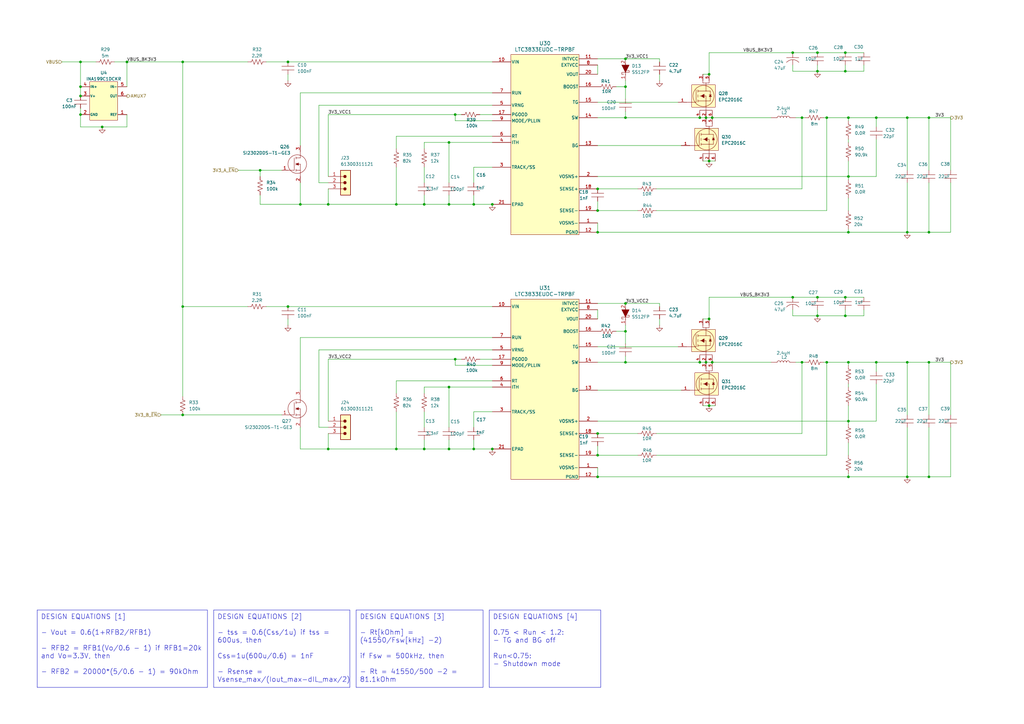
<source format=kicad_sch>
(kicad_sch (version 20230121) (generator eeschema)
  (paper "A3")
  (junction (at 346.71 29.21))
  (junction (at 381 195.58))
  (junction (at 335.28 21.59))
  (junction (at 347.98 72.39))
  (junction (at 184.15 158.75))
  (junction (at 162.56 184.15))
  (junction (at 74.93 125.73))
  (junction (at 325.12 121.92))
  (junction (at 134.62 184.15))
  (junction (at 372.11 48.26))
  (junction (at 184.15 58.42))
  (junction (at 245.11 86.36))
  (junction (at 256.54 24.13))
  (junction (at 256.54 124.46))
  (junction (at 359.41 48.26))
  (junction (at 347.98 148.59))
  (junction (at 118.11 125.73))
  (junction (at 33.02 25.4))
  (junction (at 339.09 48.26))
  (junction (at 186.69 147.32))
  (junction (at 346.71 129.54))
  (junction (at 256.54 35.56))
  (junction (at 372.11 195.58))
  (junction (at 106.68 69.85))
  (junction (at 359.41 148.59))
  (junction (at 201.93 184.15))
  (junction (at 201.93 83.82))
  (junction (at 328.93 48.26))
  (junction (at 292.1 48.26))
  (junction (at 245.11 77.47))
  (junction (at 290.83 130.81))
  (junction (at 184.15 83.82))
  (junction (at 184.15 184.15))
  (junction (at 245.11 186.69))
  (junction (at 381 148.59))
  (junction (at 339.09 148.59))
  (junction (at 186.69 46.99))
  (junction (at 256.54 148.59))
  (junction (at 289.56 148.59))
  (junction (at 256.54 135.89))
  (junction (at 33.02 39.37))
  (junction (at 173.99 83.82))
  (junction (at 381 95.25))
  (junction (at 372.11 148.59))
  (junction (at 287.02 148.59))
  (junction (at 162.56 83.82))
  (junction (at 335.28 29.21))
  (junction (at 173.99 184.15))
  (junction (at 347.98 195.58))
  (junction (at 346.71 121.92))
  (junction (at 335.28 129.54))
  (junction (at 325.12 21.59))
  (junction (at 245.11 177.8))
  (junction (at 245.11 195.58))
  (junction (at 328.93 148.59))
  (junction (at 118.11 25.4))
  (junction (at 123.19 83.82))
  (junction (at 347.98 48.26))
  (junction (at 33.02 46.99))
  (junction (at 335.28 121.92))
  (junction (at 245.11 95.25))
  (junction (at 74.93 170.18))
  (junction (at 287.02 48.26))
  (junction (at 41.91 52.07))
  (junction (at 290.83 166.37))
  (junction (at 372.11 95.25))
  (junction (at 134.62 83.82))
  (junction (at 346.71 21.59))
  (junction (at 347.98 95.25))
  (junction (at 256.54 48.26))
  (junction (at 194.31 83.82))
  (junction (at 52.07 25.4))
  (junction (at 347.98 172.72))
  (junction (at 290.83 66.04))
  (junction (at 194.31 184.15))
  (junction (at 290.83 30.48))
  (junction (at 292.1 148.59))
  (junction (at 289.56 48.26))
  (junction (at 381 48.26))
  (junction (at 74.93 25.4))
  (junction (at 33.02 35.56))
  (wire (pts (xy 372.11 175.26) (xy 372.11 195.58)))
  (wire (pts (xy 194.31 175.26) (xy 194.31 168.91)))
  (wire (pts (xy 328.93 48.26) (xy 330.2 48.26)))
  (wire (pts (xy 173.99 80.01) (xy 173.99 83.82)))
  (wire (pts (xy 347.98 48.26) (xy 359.41 48.26)))
  (wire (pts (xy 196.85 46.99) (xy 201.93 46.99)))
  (wire (pts (xy 162.56 68.58) (xy 162.56 83.82)))
  (wire (pts (xy 245.11 77.47) (xy 261.62 77.47)))
  (wire (pts (xy 346.71 121.92) (xy 354.33 121.92)))
  (wire (pts (xy 118.11 125.73) (xy 201.93 125.73)))
  (wire (pts (xy 130.81 143.51) (xy 201.93 143.51)))
  (wire (pts (xy 381 48.26) (xy 389.89 48.26)))
  (wire (pts (xy 245.11 86.36) (xy 261.62 86.36)))
  (wire (pts (xy 184.15 158.75) (xy 184.15 175.26)))
  (wire (pts (xy 134.62 184.15) (xy 162.56 184.15)))
  (wire (pts (xy 347.98 194.31) (xy 347.98 195.58)))
  (wire (pts (xy 134.62 74.93) (xy 130.81 74.93)))
  (wire (pts (xy 359.41 148.59) (xy 372.11 148.59)))
  (wire (pts (xy 347.98 93.98) (xy 347.98 95.25)))
  (wire (pts (xy 347.98 95.25) (xy 372.11 95.25)))
  (wire (pts (xy 269.24 177.8) (xy 328.93 177.8)))
  (wire (pts (xy 245.11 182.88) (xy 245.11 186.69)))
  (wire (pts (xy 256.54 133.35) (xy 256.54 135.89)))
  (wire (pts (xy 194.31 80.01) (xy 194.31 83.82)))
  (wire (pts (xy 256.54 35.56) (xy 256.54 40.64)))
  (wire (pts (xy 287.02 48.26) (xy 289.56 48.26)))
  (wire (pts (xy 381 195.58) (xy 389.89 195.58)))
  (wire (pts (xy 186.69 147.32) (xy 189.23 147.32)))
  (wire (pts (xy 162.56 168.91) (xy 162.56 184.15)))
  (wire (pts (xy 372.11 148.59) (xy 381 148.59)))
  (wire (pts (xy 372.11 74.93) (xy 372.11 95.25)))
  (wire (pts (xy 162.56 184.15) (xy 173.99 184.15)))
  (wire (pts (xy 288.29 130.81) (xy 290.83 130.81)))
  (wire (pts (xy 292.1 48.26) (xy 316.23 48.26)))
  (wire (pts (xy 359.41 48.26) (xy 372.11 48.26)))
  (wire (pts (xy 289.56 48.26) (xy 292.1 48.26)))
  (wire (pts (xy 245.11 59.69) (xy 279.4 59.69)))
  (wire (pts (xy 134.62 46.99) (xy 186.69 46.99)))
  (wire (pts (xy 184.15 80.01) (xy 184.15 83.82)))
  (wire (pts (xy 33.02 25.4) (xy 33.02 35.56)))
  (wire (pts (xy 290.83 30.48) (xy 290.83 21.59)))
  (wire (pts (xy 33.02 35.56) (xy 33.02 39.37)))
  (wire (pts (xy 173.99 184.15) (xy 184.15 184.15)))
  (wire (pts (xy 201.93 156.21) (xy 162.56 156.21)))
  (wire (pts (xy 359.41 172.72) (xy 347.98 172.72)))
  (wire (pts (xy 106.68 69.85) (xy 115.57 69.85)))
  (wire (pts (xy 130.81 143.51) (xy 130.81 175.26)))
  (wire (pts (xy 74.93 125.73) (xy 101.6 125.73)))
  (wire (pts (xy 173.99 168.91) (xy 173.99 175.26)))
  (wire (pts (xy 106.68 80.01) (xy 106.68 83.82)))
  (wire (pts (xy 337.82 48.26) (xy 339.09 48.26)))
  (wire (pts (xy 337.82 148.59) (xy 339.09 148.59)))
  (wire (pts (xy 359.41 72.39) (xy 347.98 72.39)))
  (wire (pts (xy 33.02 44.45) (xy 33.02 46.99)))
  (wire (pts (xy 346.71 129.54) (xy 354.33 129.54)))
  (wire (pts (xy 325.12 21.59) (xy 335.28 21.59)))
  (wire (pts (xy 245.11 124.46) (xy 256.54 124.46)))
  (wire (pts (xy 74.93 25.4) (xy 101.6 25.4)))
  (wire (pts (xy 256.54 148.59) (xy 287.02 148.59)))
  (wire (pts (xy 335.28 129.54) (xy 346.71 129.54)))
  (wire (pts (xy 245.11 142.24) (xy 278.13 142.24)))
  (wire (pts (xy 162.56 55.88) (xy 162.56 60.96)))
  (wire (pts (xy 123.19 184.15) (xy 134.62 184.15)))
  (wire (pts (xy 194.31 184.15) (xy 201.93 184.15)))
  (wire (pts (xy 339.09 186.69) (xy 339.09 148.59)))
  (wire (pts (xy 326.39 148.59) (xy 328.93 148.59)))
  (wire (pts (xy 184.15 180.34) (xy 184.15 184.15)))
  (wire (pts (xy 123.19 38.1) (xy 201.93 38.1)))
  (wire (pts (xy 347.98 195.58) (xy 372.11 195.58)))
  (wire (pts (xy 245.11 191.77) (xy 245.11 195.58)))
  (wire (pts (xy 74.93 170.18) (xy 115.57 170.18)))
  (wire (pts (xy 201.93 149.86) (xy 186.69 149.86)))
  (wire (pts (xy 184.15 58.42) (xy 184.15 74.93)))
  (wire (pts (xy 381 74.93) (xy 381 95.25)))
  (wire (pts (xy 245.11 177.8) (xy 261.62 177.8)))
  (wire (pts (xy 335.28 21.59) (xy 346.71 21.59)))
  (wire (pts (xy 381 170.18) (xy 381 148.59)))
  (wire (pts (xy 184.15 158.75) (xy 173.99 158.75)))
  (wire (pts (xy 359.41 57.15) (xy 359.41 72.39)))
  (wire (pts (xy 66.04 170.18) (xy 74.93 170.18)))
  (wire (pts (xy 372.11 148.59) (xy 372.11 170.18)))
  (wire (pts (xy 173.99 68.58) (xy 173.99 74.93)))
  (wire (pts (xy 269.24 86.36) (xy 339.09 86.36)))
  (wire (pts (xy 173.99 83.82) (xy 184.15 83.82)))
  (wire (pts (xy 173.99 58.42) (xy 173.99 60.96)))
  (wire (pts (xy 326.39 48.26) (xy 328.93 48.26)))
  (wire (pts (xy 347.98 181.61) (xy 347.98 186.69)))
  (wire (pts (xy 372.11 48.26) (xy 372.11 69.85)))
  (wire (pts (xy 290.83 21.59) (xy 325.12 21.59)))
  (wire (pts (xy 245.11 26.67) (xy 245.11 30.48)))
  (wire (pts (xy 186.69 46.99) (xy 189.23 46.99)))
  (wire (pts (xy 347.98 166.37) (xy 347.98 172.72)))
  (wire (pts (xy 269.24 77.47) (xy 328.93 77.47)))
  (wire (pts (xy 325.12 121.92) (xy 335.28 121.92)))
  (wire (pts (xy 256.54 48.26) (xy 287.02 48.26)))
  (wire (pts (xy 201.93 55.88) (xy 162.56 55.88)))
  (wire (pts (xy 372.11 195.58) (xy 381 195.58)))
  (wire (pts (xy 347.98 81.28) (xy 347.98 86.36)))
  (wire (pts (xy 194.31 68.58) (xy 201.93 68.58)))
  (wire (pts (xy 201.93 49.53) (xy 186.69 49.53)))
  (wire (pts (xy 118.11 25.4) (xy 201.93 25.4)))
  (wire (pts (xy 252.73 35.56) (xy 256.54 35.56)))
  (wire (pts (xy 335.28 29.21) (xy 346.71 29.21)))
  (wire (pts (xy 33.02 52.07) (xy 33.02 46.99)))
  (wire (pts (xy 347.98 172.72) (xy 347.98 173.99)))
  (wire (pts (xy 347.98 48.26) (xy 347.98 49.53)))
  (wire (pts (xy 173.99 180.34) (xy 173.99 184.15)))
  (wire (pts (xy 194.31 180.34) (xy 194.31 184.15)))
  (wire (pts (xy 347.98 66.04) (xy 347.98 72.39)))
  (wire (pts (xy 245.11 95.25) (xy 347.98 95.25)))
  (wire (pts (xy 346.71 29.21) (xy 354.33 29.21)))
  (wire (pts (xy 33.02 25.4) (xy 39.37 25.4)))
  (wire (pts (xy 346.71 21.59) (xy 354.33 21.59)))
  (wire (pts (xy 245.11 195.58) (xy 347.98 195.58)))
  (wire (pts (xy 346.71 127) (xy 346.71 129.54)))
  (wire (pts (xy 270.51 25.4) (xy 270.51 24.13)))
  (wire (pts (xy 109.22 25.4) (xy 118.11 25.4)))
  (wire (pts (xy 256.54 135.89) (xy 256.54 140.97)))
  (wire (pts (xy 347.98 148.59) (xy 347.98 149.86)))
  (wire (pts (xy 41.91 52.07) (xy 52.07 52.07)))
  (wire (pts (xy 186.69 49.53) (xy 186.69 46.99)))
  (wire (pts (xy 252.73 135.89) (xy 256.54 135.89)))
  (wire (pts (xy 134.62 175.26) (xy 130.81 175.26)))
  (wire (pts (xy 256.54 24.13) (xy 270.51 24.13)))
  (wire (pts (xy 372.11 95.25) (xy 381 95.25)))
  (wire (pts (xy 123.19 175.26) (xy 123.19 184.15)))
  (wire (pts (xy 106.68 69.85) (xy 106.68 72.39)))
  (wire (pts (xy 118.11 130.81) (xy 118.11 133.35)))
  (wire (pts (xy 290.83 66.04) (xy 293.37 66.04)))
  (wire (pts (xy 389.89 74.93) (xy 389.89 95.25)))
  (wire (pts (xy 288.29 30.48) (xy 290.83 30.48)))
  (wire (pts (xy 245.11 148.59) (xy 256.54 148.59)))
  (wire (pts (xy 201.93 158.75) (xy 184.15 158.75)))
  (wire (pts (xy 256.54 124.46) (xy 270.51 124.46)))
  (wire (pts (xy 354.33 127) (xy 354.33 129.54)))
  (wire (pts (xy 270.51 30.48) (xy 270.51 33.02)))
  (wire (pts (xy 328.93 148.59) (xy 330.2 148.59)))
  (wire (pts (xy 184.15 184.15) (xy 194.31 184.15)))
  (wire (pts (xy 335.28 121.92) (xy 346.71 121.92)))
  (wire (pts (xy 256.54 45.72) (xy 256.54 48.26)))
  (wire (pts (xy 134.62 147.32) (xy 134.62 172.72)))
  (wire (pts (xy 162.56 156.21) (xy 162.56 161.29)))
  (wire (pts (xy 288.29 66.04) (xy 290.83 66.04)))
  (wire (pts (xy 184.15 58.42) (xy 173.99 58.42)))
  (wire (pts (xy 290.83 121.92) (xy 325.12 121.92)))
  (wire (pts (xy 347.98 72.39) (xy 347.98 73.66)))
  (wire (pts (xy 347.98 157.48) (xy 347.98 158.75)))
  (wire (pts (xy 106.68 83.82) (xy 123.19 83.82)))
  (wire (pts (xy 381 148.59) (xy 389.89 148.59)))
  (wire (pts (xy 325.12 29.21) (xy 335.28 29.21)))
  (wire (pts (xy 52.07 52.07) (xy 52.07 46.99)))
  (wire (pts (xy 134.62 46.99) (xy 134.62 72.39)))
  (wire (pts (xy 245.11 186.69) (xy 261.62 186.69)))
  (wire (pts (xy 328.93 77.47) (xy 328.93 48.26)))
  (wire (pts (xy 134.62 77.47) (xy 134.62 83.82)))
  (wire (pts (xy 325.12 26.67) (xy 325.12 29.21)))
  (wire (pts (xy 359.41 157.48) (xy 359.41 172.72)))
  (wire (pts (xy 134.62 83.82) (xy 162.56 83.82)))
  (wire (pts (xy 245.11 82.55) (xy 245.11 86.36)))
  (wire (pts (xy 123.19 74.93) (xy 123.19 83.82)))
  (wire (pts (xy 130.81 43.18) (xy 201.93 43.18)))
  (wire (pts (xy 389.89 48.26) (xy 389.89 69.85)))
  (wire (pts (xy 123.19 59.69) (xy 123.19 38.1)))
  (wire (pts (xy 339.09 48.26) (xy 347.98 48.26)))
  (wire (pts (xy 359.41 48.26) (xy 359.41 52.07)))
  (wire (pts (xy 339.09 148.59) (xy 347.98 148.59)))
  (wire (pts (xy 52.07 25.4) (xy 74.93 25.4)))
  (wire (pts (xy 123.19 83.82) (xy 134.62 83.82)))
  (wire (pts (xy 245.11 48.26) (xy 256.54 48.26)))
  (wire (pts (xy 134.62 147.32) (xy 186.69 147.32)))
  (wire (pts (xy 354.33 26.67) (xy 354.33 29.21)))
  (wire (pts (xy 347.98 148.59) (xy 359.41 148.59)))
  (wire (pts (xy 123.19 160.02) (xy 123.19 138.43)))
  (wire (pts (xy 201.93 58.42) (xy 184.15 58.42)))
  (wire (pts (xy 245.11 24.13) (xy 256.54 24.13)))
  (wire (pts (xy 41.91 52.07) (xy 33.02 52.07)))
  (wire (pts (xy 328.93 177.8) (xy 328.93 148.59)))
  (wire (pts (xy 325.12 129.54) (xy 335.28 129.54)))
  (wire (pts (xy 381 175.26) (xy 381 195.58)))
  (wire (pts (xy 346.71 26.67) (xy 346.71 29.21)))
  (wire (pts (xy 245.11 127) (xy 245.11 130.81)))
  (wire (pts (xy 269.24 186.69) (xy 339.09 186.69)))
  (wire (pts (xy 270.51 130.81) (xy 270.51 133.35)))
  (wire (pts (xy 25.4 25.4) (xy 33.02 25.4)))
  (wire (pts (xy 194.31 83.82) (xy 201.93 83.82)))
  (wire (pts (xy 256.54 146.05) (xy 256.54 148.59)))
  (wire (pts (xy 389.89 148.59) (xy 389.89 170.18)))
  (wire (pts (xy 290.83 166.37) (xy 293.37 166.37)))
  (wire (pts (xy 335.28 127) (xy 335.28 129.54)))
  (wire (pts (xy 162.56 83.82) (xy 173.99 83.82)))
  (wire (pts (xy 339.09 86.36) (xy 339.09 48.26)))
  (wire (pts (xy 245.11 72.39) (xy 347.98 72.39)))
  (wire (pts (xy 270.51 125.73) (xy 270.51 124.46)))
  (wire (pts (xy 196.85 147.32) (xy 201.93 147.32)))
  (wire (pts (xy 347.98 57.15) (xy 347.98 58.42)))
  (wire (pts (xy 389.89 175.26) (xy 389.89 195.58)))
  (wire (pts (xy 290.83 130.81) (xy 290.83 121.92)))
  (wire (pts (xy 381 95.25) (xy 389.89 95.25)))
  (wire (pts (xy 184.15 83.82) (xy 194.31 83.82)))
  (wire (pts (xy 123.19 138.43) (xy 201.93 138.43)))
  (wire (pts (xy 292.1 148.59) (xy 316.23 148.59)))
  (wire (pts (xy 194.31 168.91) (xy 201.93 168.91)))
  (wire (pts (xy 186.69 149.86) (xy 186.69 147.32)))
  (wire (pts (xy 359.41 148.59) (xy 359.41 152.4)))
  (wire (pts (xy 245.11 172.72) (xy 347.98 172.72)))
  (wire (pts (xy 372.11 48.26) (xy 381 48.26)))
  (wire (pts (xy 289.56 148.59) (xy 292.1 148.59)))
  (wire (pts (xy 134.62 177.8) (xy 134.62 184.15)))
  (wire (pts (xy 245.11 41.91) (xy 278.13 41.91)))
  (wire (pts (xy 288.29 166.37) (xy 290.83 166.37)))
  (wire (pts (xy 325.12 127) (xy 325.12 129.54)))
  (wire (pts (xy 194.31 74.93) (xy 194.31 68.58)))
  (wire (pts (xy 46.99 25.4) (xy 52.07 25.4)))
  (wire (pts (xy 173.99 158.75) (xy 173.99 161.29)))
  (wire (pts (xy 74.93 25.4) (xy 74.93 125.73)))
  (wire (pts (xy 130.81 43.18) (xy 130.81 74.93)))
  (wire (pts (xy 118.11 30.48) (xy 118.11 33.02)))
  (wire (pts (xy 335.28 26.67) (xy 335.28 29.21)))
  (wire (pts (xy 74.93 125.73) (xy 74.93 162.56)))
  (wire (pts (xy 256.54 33.02) (xy 256.54 35.56)))
  (wire (pts (xy 245.11 91.44) (xy 245.11 95.25)))
  (wire (pts (xy 97.79 69.85) (xy 106.68 69.85)))
  (wire (pts (xy 245.11 160.02) (xy 279.4 160.02)))
  (wire (pts (xy 287.02 148.59) (xy 289.56 148.59)))
  (wire (pts (xy 52.07 25.4) (xy 52.07 35.56)))
  (wire (pts (xy 381 69.85) (xy 381 48.26)))
  (wire (pts (xy 109.22 125.73) (xy 118.11 125.73)))
  (text_box "DESIGN EQUATIONS [4] \n\n0.75 < Run < 1.2: \n- TG and BG off \n\nRun<0.75: \n- Shutdown mode \n" (at 200.66 250.19 0) (size 45.72 31.75) (effects (font (size 2 2)) (justify left top)))
  (text_box "DESIGN EQUATIONS [1] \n\n- Vout = 0.6(1+RFB2/RFB1) \n\n- RFB2 = RFB1(Vo/0.6 - 1) if RFB1=20k and Vo=3.3V, then \n\n- RFB2 = 20000*(5/0.6 - 1) = 90kOhm \n" (at 15.24 250.19 0) (size 69.85 31.75) (effects (font (size 2 2)) (justify left top)))
  (text_box "DESIGN EQUATIONS [3] \n\n- Rt[kOhm] = (41550/Fsw[kHz] -2) \n\nif Fsw = 500kHz, then \n\n- Rt = 41550/500 -2 = 81.1kOhm \n" (at 146.05 250.19 0) (size 52.07 31.75) (effects (font (size 2 2)) (justify left top)))
  (text_box "DESIGN EQUATIONS [2] \n\n- tss = 0.6(Css/1u) if tss = 600us, then \n\nCss=1u(600u/0.6) = 1nF \n\n- Rsense = Vsense_max/(Iout_max-dIL_max/2) \n" (at 87.63 250.19 0) (size 55.88 31.75) (effects (font (size 2 2)) (justify left top)))
  (label "3V3_VCC2" (at 134.62 147.32 0))
  (label "3V3_VCC1" (at 256.54 24.13 0))
  (label "3V3" (at 383.54 48.26 0))
  (label "3V3_VCC2" (at 256.54 124.46 0))
  (label "VBUS_BK3V3" (at 52.07 25.4 0))
  (label "VBUS_BK3V3" (at 303.53 121.92 0))
  (label "3V3" (at 383.54 148.59 0))
  (label "3V3_VCC1" (at 134.62 46.99 0))
  (label "VBUS_BK3V3" (at 304.8 21.59 0))
  (hierarchical_label "3V3_B_~{EN}" (shape input) (at 66.04 170.18 180))
  (hierarchical_label "3V3" (shape output) (at 389.89 148.59 0))
  (hierarchical_label "3V3" (shape output) (at 389.89 48.26 0))
  (hierarchical_label "3V3_A_~{EN}" (shape input) (at 97.79 69.85 180))
  (hierarchical_label "VBUS" (shape input) (at 25.4 25.4 180))
  (hierarchical_label "AMUX7" (shape output) (at 52.07 39.37 0))
  (symbol (lib_id "GCM32ER71H475KA55L:GCM32ER71H475KA55L") (at 270.51 130.81 0) (mirror x) (unit 1)
    (property "Reference" "C23" (at 274.32 127 0) (effects (justify left)))
    (property "Value" "4.7uF" (at 274.32 129.54 0) (effects (justify left)))
    (property "Footprint" "footprints:GCM32ER71H475KA55L" (effects hide))
    (property "Datasheet" "https://www.murata.com/en-us/products/productdetail?partno=GCM32ER71H475KA55%23" (effects hide))
    (property "automotive" "Yes" (effects hide))
    (property "automotive grade" "Grade 1" (effects hide))
    (property "capacitance" "4.7uF" (effects hide))
    (property "category" "Cap" (effects hide))
    (property "device class L1" "Passive Components" (effects hide))
    (property "device class L2" "Capacitors" (effects hide))
    (property "device class L3" "Ceramic Capacitors" (effects hide))
    (property "height" "2.7mm" (effects hide))
    (property "ipc land pattern name" "CAPC320250X250" (effects hide))
    (property "lead free" "Yes" (effects hide))
    (property "library id" "6d88f107f3aa88d3" (effects hide))
    (property "manufacturer" "Murata" (effects hide))
    (property "material" "Ceramic" (effects hide))
    (property "package" "1210" (effects hide))
    (property "rohs" "Yes" (effects hide))
    (property "temperature characteristic" "X7R" (effects hide))
    (property "temperature coefficient" "15%" (effects hide))
    (property "temperature range high" "+125°C" (effects hide))
    (property "temperature range low" "-55°C" (effects hide))
    (property "tolerance" "10%" (effects hide))
    (property "voltage rating" "50V" (effects hide))
    (instances (project "eps-re_project" (path "" (reference "C23") (unit 1)) (path "" (reference "C111") (unit 1))) (project "5V0_LoadConverter" (path "" (reference "C6") (unit 1))) (project "5V0_LoadConverter" (path "" (reference "C15") (unit 1))))
  )
  (symbol (lib_id "Device:R_US") (at 248.92 35.56 90) (unit 1)
    (property "Reference" "R41" (at 248.4628 33.3248 90))
    (property "Value" "10R" (at 248.7676 37.4904 90))
    (instances (project "eps-re_project" (path "" (reference "R41") (unit 1)) (path "" (reference "R131") (unit 1))) (project "5V0_LoadConverter" (path "" (reference "R6") (unit 1))) (project "5V0_LoadConverter" (path "" (reference "R13") (unit 1))))
  )
  (symbol (lib_id "Device:R_US") (at 334.01 48.26 90) (unit 1)
    (property "Reference" "R47" (at 333.6544 45.7708 90))
    (property "Value" "8m" (at 334.0608 50.8 90))
    (instances (project "eps-re_project" (path "" (reference "R47") (unit 1)) (path "" (reference "R137") (unit 1))) (project "5V0_LoadConverter" (path "" (reference "R7") (unit 1))) (project "5V0_LoadConverter" (path "" (reference "R19") (unit 1))))
  )
  (symbol (lib_id "power:GND") (at 118.11 133.35 0) (mirror y) (unit 1)
    (property "Reference" "#PWR053" (effects hide))
    (property "Value" "Earth" (effects hide))
    (instances (project "eps-re_project" (path "" (reference "#PWR053") (unit 1)) (path "" (reference "#PWR079") (unit 1))) (project "5V0_LoadConverter" (path "" (reference "#PWR01") (unit 1))) (project "5V0_LoadConverter" (path "" (reference "#PWR06") (unit 1))))
  )
  (symbol (lib_id "C0603C220K5RACAUTO:C0603C220K5RACAUTO") (at 359.41 52.07 0) (unit 1)
    (property "Reference" "C32" (at 367.03 53.34 0) (effects (justify right)))
    (property "Value" "22pF" (at 367.03 55.88 0) (effects (justify right)))
    (property "Footprint" "footprints:C0603C220K5RACAUTO" (effects hide))
    (property "Datasheet" "https://api.kemet.com/component-edge/download/datasheet/C0603C100J5GACAUTO.pdf" (effects hide))
    (property "automotive" "Yes" (effects hide))
    (property "automotive grade" "Grade 1" (effects hide))
    (property "capacitance" "22 pF" (effects hide))
    (property "category" "Cap" (effects hide))
    (property "device class L1" "Passive Components" (effects hide))
    (property "device class L2" "Capacitors" (effects hide))
    (property "device class L3" "Ceramic Capacitors" (effects hide))
    (property "digikey description" "Cap Ceramic 22pF 50V X7R 10% SMD 0603 125°C Punched Paper T/R" (effects hide))
    (property "digikey part number" "399-13715-2-ND" (effects hide))
    (property "height" "0.87mm" (effects hide))
    (property "lead free" "Yes" (effects hide))
    (property "library id" "f369d16140aeee74" (effects hide))
    (property "manufacturer" "KEMET" (effects hide))
    (property "material" "Ceramic" (effects hide))
    (property "mouser description" "Cap Ceramic 22pF 50V X7R 10% SMD 0603 125°C Punched Paper T/R" (effects hide))
    (property "mouser part number" "80-C0603C220K5RAUTO" (effects hide))
    (property "package" "0603" (effects hide))
    (property "rohs" "Yes" (effects hide))
    (property "temperature characteristic" "X7R" (effects hide))
    (property "temperature coefficient" "30ppm/°C" (effects hide))
    (property "temperature range high" "+125°C" (effects hide))
    (property "temperature range low" "-55°C" (effects hide))
    (property "tolerance" "0.1" (effects hide))
    (property "voltage rating" "50 V" (effects hide))
    (instances (project "eps-re_project" (path "" (reference "C32") (unit 1)) (path "" (reference "C120") (unit 1))) (project "5V0_LoadConverter" (path "" (reference "C12") (unit 1))) (project "5V0_LoadConverter" (path "" (reference "C25") (unit 1))))
  )
  (symbol (lib_id "C0603C102F3GACTU:C0603C102F3GACTU") (at 245.11 177.8 0) (unit 1)
    (property "Reference" "C19" (at 241.3 179.07 0) (effects (justify right)))
    (property "Value" "1nF" (at 241.3 181.61 0) (effects (justify right)))
    (property "Footprint" "footprints:C0603C102F3GACTU" (effects hide))
    (property "Datasheet" "https://api.kemet.com/component-edge/download/datasheet/C0603C100J5GACAUTO.pdf" (effects hide))
    (property "automotive" "Yes" (effects hide))
    (property "automotive grade" "Grade 1" (effects hide))
    (property "capacitance" "1,000 pF" (effects hide))
    (property "category" "Cap" (effects hide))
    (property "device class L1" "Passive Components" (effects hide))
    (property "device class L2" "Capacitors" (effects hide))
    (property "device class L3" "Ceramic Capacitors" (effects hide))
    (property "digikey description" "CAP CER 1000PF 25V 1% NP0 0603" (effects hide))
    (property "digikey part number" "C0603C102F3GACTU-ND" (effects hide))
    (property "height" "0.87mm" (effects hide))
    (property "lead free" "Yes" (effects hide))
    (property "library id" "46f08c8db7ea7e1d" (effects hide))
    (property "manufacturer" "KEMET" (effects hide))
    (property "material" "Ceramic" (effects hide))
    (property "mouser description" "Capacitor, Ceramic, 1Nf, 25Vdc, 1-% Tol, 1+% Tol, C0g-Tc Code, -30, 30Ppm-Tc" (effects hide))
    (property "mouser part number" "80-C0603C102F3G" (effects hide))
    (property "package" "0603" (effects hide))
    (property "rohs" "Yes" (effects hide))
    (property "temperature characteristic" "C0G" (effects hide))
    (property "temperature coefficient" "30ppm/°C" (effects hide))
    (property "temperature range high" "+125°C" (effects hide))
    (property "temperature range low" "-55°C" (effects hide))
    (property "tolerance" "0.01" (effects hide))
    (property "voltage rating" "25 V" (effects hide))
    (instances (project "eps-re_project" (path "" (reference "C19") (unit 1)) (path "" (reference "C107") (unit 1))) (project "5V0_LoadConverter" (path "" (reference "C2") (unit 1))) (project "5V0_LoadConverter" (path "" (reference "C11") (unit 1))))
  )
  (symbol (lib_id "C0603C104K5RACTU:C0603C104K5RACTU") (at 118.11 30.48 0) (mirror x) (unit 1)
    (property "Reference" "C10" (at 121.92 26.67 0) (effects (justify left)))
    (property "Value" "100nF" (at 121.92 29.21 0) (effects (justify left)))
    (property "Footprint" "footprints:C0603C104K5RACTU" (effects hide))
    (property "Datasheet" "https://api.kemet.com/component-edge/download/datasheet/C0603C100J5GACAUTO.pdf" (effects hide))
    (property "automotive" "Yes" (effects hide))
    (property "automotive grade" "Grade 1" (effects hide))
    (property "capacitance" "0.10 μF" (effects hide))
    (property "category" "Cap" (effects hide))
    (property "device class L1" "Passive Components" (effects hide))
    (property "device class L2" "Capacitors" (effects hide))
    (property "device class L3" "Ceramic Capacitors" (effects hide))
    (property "digikey description" "CAP CER 0.1UF 50V X7R 0603" (effects hide))
    (property "digikey part number" "399-5089-2-ND" (effects hide))
    (property "height" "0.87mm" (effects hide))
    (property "lead free" "Yes" (effects hide))
    (property "library id" "73022d3323b2b2b8" (effects hide))
    (property "manufacturer" "KEMET" (effects hide))
    (property "material" "Ceramic" (effects hide))
    (property "mouser part number" "80-C0603C104K5R7867" (effects hide))
    (property "package" "0603" (effects hide))
    (property "rohs" "Yes" (effects hide))
    (property "temperature characteristic" "X7R" (effects hide))
    (property "temperature coefficient" "30ppm/°C" (effects hide))
    (property "temperature range high" "+125°C" (effects hide))
    (property "temperature range low" "-55°C" (effects hide))
    (property "tolerance" "0.1" (effects hide))
    (property "voltage rating" "50 V" (effects hide))
    (instances (project "eps-re_project" (path "" (reference "C10") (unit 1)) (path "" (reference "C98") (unit 1))) (project "5V0_LoadConverter" (path "" (reference "C1") (unit 1))) (project "5V0_LoadConverter" (path "" (reference "C7") (unit 1))))
  )
  (symbol (lib_id "Device:R_US") (at 265.43 77.47 270) (unit 1)
    (property "Reference" "R43" (at 265.303 75.4634 90))
    (property "Value" "10R" (at 265.3538 79.5274 90))
    (instances (project "eps-re_project" (path "" (reference "R43") (unit 1)) (path "" (reference "R133") (unit 1))) (project "5V0_LoadConverter" (path "" (reference "R26") (unit 1))) (project "5V0_LoadConverter" (path "" (reference "R16") (unit 1))))
  )
  (symbol (lib_id "C1210C106K5RACTU:C1210C106K5RACTU") (at 335.28 121.92 0) (unit 1)
    (property "Reference" "C27" (at 331.5716 119.9896 0) (effects (justify left)))
    (property "Value" "10uF" (at 330.2 124.46 0) (effects (justify left)))
    (property "Footprint" "footprints:C1210C106K5RACTU" (effects hide))
    (property "Datasheet" "https://content.kemet.com/datasheets/KEM_C1002_X7R_SMD.pdf" (effects hide))
    (property "automotive" "No" (effects hide))
    (property "capacitance" "10uF" (effects hide))
    (property "category" "Cap" (effects hide))
    (property "device class L1" "Passive Components" (effects hide))
    (property "device class L2" "Capacitors" (effects hide))
    (property "device class L3" "Ceramic Capacitors" (effects hide))
    (property "digikey description" "CAP CER 10UF 50V X7R 1210" (effects hide))
    (property "digikey part number" "399-11629-1-ND" (effects hide))
    (property "height" "2.8mm" (effects hide))
    (property "ipc land pattern name" "CAPC320250X250" (effects hide))
    (property "lead free" "Yes" (effects hide))
    (property "library id" "80b9cd679ce51e4b" (effects hide))
    (property "manufacturer" "KEMET" (effects hide))
    (property "material" "Ceramic" (effects hide))
    (property "mouser description" "Multilayer Ceramic Capacitors MLCC - SMD/SMT 50volts 10uF 10% X7R" (effects hide))
    (property "mouser part number" "80-C1210C106K5R" (effects hide))
    (property "package" "1210" (effects hide))
    (property "rohs" "Yes" (effects hide))
    (property "temperature characteristic" "X7R" (effects hide))
    (property "temperature coefficient" "15%" (effects hide))
    (property "temperature range high" "+125°C" (effects hide))
    (property "temperature range low" "-55°C" (effects hide))
    (property "tolerance" "10%" (effects hide))
    (property "voltage rating" "50V" (effects hide))
    (instances (project "eps-re_project" (path "" (reference "C27") (unit 1)) (path "" (reference "C115") (unit 1))) (project "5V0_LoadConverter" (path "" (reference "C9") (unit 1))) (project "5V0_LoadConverter" (path "" (reference "C19") (unit 1))))
  )
  (symbol (lib_id "C1210C106K5RACTU:C1210C106K5RACTU") (at 335.28 21.59 0) (unit 1)
    (property "Reference" "C26" (at 331.5716 19.6596 0) (effects (justify left)))
    (property "Value" "10uF" (at 330.2 24.13 0) (effects (justify left)))
    (property "Footprint" "footprints:C1210C106K5RACTU" (effects hide))
    (property "Datasheet" "https://content.kemet.com/datasheets/KEM_C1002_X7R_SMD.pdf" (effects hide))
    (property "automotive" "No" (effects hide))
    (property "capacitance" "10uF" (effects hide))
    (property "category" "Cap" (effects hide))
    (property "device class L1" "Passive Components" (effects hide))
    (property "device class L2" "Capacitors" (effects hide))
    (property "device class L3" "Ceramic Capacitors" (effects hide))
    (property "digikey description" "CAP CER 10UF 50V X7R 1210" (effects hide))
    (property "digikey part number" "399-11629-1-ND" (effects hide))
    (property "height" "2.8mm" (effects hide))
    (property "ipc land pattern name" "CAPC320250X250" (effects hide))
    (property "lead free" "Yes" (effects hide))
    (property "library id" "80b9cd679ce51e4b" (effects hide))
    (property "manufacturer" "KEMET" (effects hide))
    (property "material" "Ceramic" (effects hide))
    (property "mouser description" "Multilayer Ceramic Capacitors MLCC - SMD/SMT 50volts 10uF 10% X7R" (effects hide))
    (property "mouser part number" "80-C1210C106K5R" (effects hide))
    (property "package" "1210" (effects hide))
    (property "rohs" "Yes" (effects hide))
    (property "temperature characteristic" "X7R" (effects hide))
    (property "temperature coefficient" "15%" (effects hide))
    (property "temperature range high" "+125°C" (effects hide))
    (property "temperature range low" "-55°C" (effects hide))
    (property "tolerance" "10%" (effects hide))
    (property "voltage rating" "50V" (effects hide))
    (instances (project "eps-re_project" (path "" (reference "C26") (unit 1)) (path "" (reference "C114") (unit 1))) (project "5V0_LoadConverter" (path "" (reference "C9") (unit 1))) (project "5V0_LoadConverter" (path "" (reference "C19") (unit 1))))
  )
  (symbol (lib_id "Device:R_US") (at 265.43 86.36 270) (unit 1)
    (property "Reference" "R44" (at 265.5316 84.3534 90))
    (property "Value" "10R" (at 265.303 88.519 90))
    (instances (project "eps-re_project" (path "" (reference "R44") (unit 1)) (path "" (reference "R134") (unit 1))) (project "5V0_LoadConverter" (path "" (reference "R27") (unit 1))) (project "5V0_LoadConverter" (path "" (reference "R17") (unit 1))))
  )
  (symbol (lib_id "Device:R_US") (at 347.98 177.8 0) (unit 1)
    (property "Reference" "R55" (at 350.52 176.53 0) (effects (justify left)))
    (property "Value" "0.0R" (at 350.52 179.07 0) (effects (justify left)))
    (instances (project "eps-re_project" (path "" (reference "R55") (unit 1)) (path "" (reference "R145") (unit 1))) (project "5V0_LoadConverter" (path "" (reference "R10") (unit 1))) (project "5V0_LoadConverter" (path "" (reference "R26") (unit 1))))
  )
  (symbol (lib_id "Device:R_US") (at 173.99 64.77 0) (unit 1)
    (property "Reference" "R37" (at 176.53 63.5 0) (effects (justify left)))
    (property "Value" "12k" (at 176.53 66.04 0) (effects (justify left)))
    (instances (project "eps-re_project" (path "" (reference "R37") (unit 1)) (path "" (reference "R127") (unit 1))) (project "5V0_LoadConverter" (path "" (reference "R2") (unit 1))) (project "5V0_LoadConverter" (path "" (reference "R7") (unit 1))))
  )
  (symbol (lib_id "SS12FP:SS12FP") (at 256.54 139.7 90) (unit 1)
    (property "Reference" "D14" (at 259.08 127.381 90) (effects (justify right)))
    (property "Value" "SS12FP" (at 259.08 129.921 90) (effects (justify right)))
    (property "Footprint" "footprints:SS12FP" (effects hide))
    (property "Datasheet" "http://www.onsemi.com/pub/Collateral/S110FP-D.pdf" (effects hide))
    (property "Height" "1" (effects hide))
    (property "Mouser Part Number" "512-SS12FP" (effects hide))
    (property "Mouser Price/Stock" "https://www.mouser.co.uk/ProductDetail/ON-Semiconductor-Fairchild/SS12FP?qs=R26iFe%2FkX%2FLDfxY7OgqtVg%3D%3D" (effects hide))
    (property "Manufacturer_Name" "onsemi" (effects hide))
    (property "Manufacturer_Part_Number" "SS12FP" (effects hide))
    (instances (project "eps-re_project" (path "" (reference "D14") (unit 1)) (path "" (reference "D4") (unit 1))))
  )
  (symbol (lib_id "GCM32ER71C226KE19L:GCM32ER71C226KE19L") (at 389.89 170.18 0) (unit 1)
    (property "Reference" "C39" (at 385.7244 167.64 0) (effects (justify left)))
    (property "Value" "22uF" (at 384.81 172.72 0) (effects (justify left)))
    (property "Footprint" "footprints:GCM32ER71C226KE19L" (effects hide))
    (property "Datasheet" "https://www.murata.com/en-us/products/productdetail?partno=GCM32ER71C226KE19%23" (effects hide))
    (property "automotive" "Yes" (effects hide))
    (property "automotive grade" "Grade 1" (effects hide))
    (property "capacitance" "22uF" (effects hide))
    (property "category" "Cap" (effects hide))
    (property "device class L1" "Passive Components" (effects hide))
    (property "device class L2" "Capacitors" (effects hide))
    (property "device class L3" "Ceramic Capacitors" (effects hide))
    (property "digikey description" "Cap Ceramic 22pF 50V X7R 10% SMD 0603 125°C Punched Paper T/R" (effects hide))
    (property "digikey part number" "399-13715-2-ND" (effects hide))
    (property "height" "2.7mm" (effects hide))
    (property "lead free" "Yes" (effects hide))
    (property "library id" "c3f1d06b93fd8ef7" (effects hide))
    (property "manufacturer" "Murata" (effects hide))
    (property "material" "Ceramic" (effects hide))
    (property "mouser description" "Cap Ceramic 22pF 50V X7R 10% SMD 0603 125°C Punched Paper T/R" (effects hide))
    (property "mouser part number" "80-C0603C220K5RAUTO" (effects hide))
    (property "package" "1210" (effects hide))
    (property "rohs" "Yes" (effects hide))
    (property "temperature characteristic" "X7R" (effects hide))
    (property "temperature coefficient" "15%" (effects hide))
    (property "temperature range high" "+125°C" (effects hide))
    (property "temperature range low" "-55°C" (effects hide))
    (property "tolerance" "10%" (effects hide))
    (property "voltage rating" "16V" (effects hide))
    (property "ipc land pattern name" "CAPC320250X250" (effects hide))
    (instances (project "eps-re_project" (path "" (reference "C39") (unit 1)) (path "" (reference "C127") (unit 1))) (project "5V0_LoadConverter" (path "" (reference "C15") (unit 1))) (project "5V0_LoadConverter" (path "" (reference "C31") (unit 1))))
  )
  (symbol (lib_id "Device:R_US") (at 347.98 162.56 0) (unit 1)
    (property "Reference" "R54" (at 350.52 161.29 0) (effects (justify left)))
    (property "Value" "90.9k" (at 350.52 163.83 0) (effects (justify left)))
    (instances (project "eps-re_project" (path "" (reference "R54") (unit 1)) (path "" (reference "R144") (unit 1))) (project "5V0_LoadConverter" (path "" (reference "R9") (unit 1))) (project "5V0_LoadConverter" (path "" (reference "R25") (unit 1))))
  )
  (symbol (lib_id "INA199C1DCKR:INA199xxDCK") (at 20.32 54.61 0) (unit 1)
    (property "Reference" "U4" (at 42.545 29.845 0))
    (property "Value" "INA199C1DCKR" (at 42.545 32.385 0))
    (property "Footprint" "footprints:INA199C1DCKR " (effects hide))
    (property "Datasheet" "http://www.ti.com/lit/ds/symlink/ina199.pdf" (effects hide))
    (instances (project "eps-re_project" (path "" (reference "U4") (unit 1)) (path "" (reference "U14") (unit 1)) (path "" (reference "U22") (unit 1)) (path "" (reference "U21") (unit 1))) (project "EPS Analogico" (path "" (reference "U1") (unit 1))))
  )
  (symbol (lib_id "power:GND") (at 372.11 195.58 0) (unit 1)
    (property "Reference" "#PWR070" (effects hide))
    (property "Value" "Earth" (effects hide))
    (instances (project "eps-re_project" (path "" (reference "#PWR070") (unit 1)) (path "" (reference "#PWR0134") (unit 1))) (project "5V0_LoadConverter" (path "" (reference "#PWR05") (unit 1))) (project "5V0_LoadConverter" (path "" (reference "#PWR014") (unit 1))))
  )
  (symbol (lib_id "SI2302DDS-T1-GE3:SI2302DDS-T1-GE3") (at 115.57 170.18 0) (unit 1)
    (property "Reference" "Q27" (at 115.57 172.72 0) (effects (justify left)))
    (property "Value" "SI2302DDS-T1-GE3" (at 100.33 175.26 0) (effects (justify left)))
    (property "Footprint" "footprints:SI2302DDS-T1-GE3" (effects hide))
    (property "Datasheet" "http://www.vishay.com/docs/63653/si2302dds.pdf" (effects hide))
    (property "Height" "1.12" (effects hide))
    (property "Mouser Part Number" "78-SI2302DDS-T1-GE3" (effects hide))
    (property "Mouser Price/Stock" "https://www.mouser.co.uk/ProductDetail/Vishay-Semiconductors/SI2302DDS-T1-GE3?qs=MxnWX8BLHKdaCSNWhg%252BxLA%3D%3D" (effects hide))
    (property "Manufacturer_Name" "Vishay" (effects hide))
    (property "Manufacturer_Part_Number" "SI2302DDS-T1-GE3" (effects hide))
    (instances (project "eps-re_project" (path "" (reference "Q27") (unit 1)) (path "" (reference "Q2") (unit 1))))
  )
  (symbol (lib_id "C0603C102F3GACTU:C0603C102F3GACTU") (at 245.11 77.47 0) (unit 1)
    (property "Reference" "C18" (at 241.3 78.74 0) (effects (justify right)))
    (property "Value" "1nF" (at 241.3 81.28 0) (effects (justify right)))
    (property "Footprint" "footprints:C0603C102F3GACTU" (effects hide))
    (property "Datasheet" "https://api.kemet.com/component-edge/download/datasheet/C0603C100J5GACAUTO.pdf" (effects hide))
    (property "automotive" "Yes" (effects hide))
    (property "automotive grade" "Grade 1" (effects hide))
    (property "capacitance" "1,000 pF" (effects hide))
    (property "category" "Cap" (effects hide))
    (property "device class L1" "Passive Components" (effects hide))
    (property "device class L2" "Capacitors" (effects hide))
    (property "device class L3" "Ceramic Capacitors" (effects hide))
    (property "digikey description" "CAP CER 1000PF 25V 1% NP0 0603" (effects hide))
    (property "digikey part number" "C0603C102F3GACTU-ND" (effects hide))
    (property "height" "0.87mm" (effects hide))
    (property "lead free" "Yes" (effects hide))
    (property "library id" "46f08c8db7ea7e1d" (effects hide))
    (property "manufacturer" "KEMET" (effects hide))
    (property "material" "Ceramic" (effects hide))
    (property "mouser description" "Capacitor, Ceramic, 1Nf, 25Vdc, 1-% Tol, 1+% Tol, C0g-Tc Code, -30, 30Ppm-Tc" (effects hide))
    (property "mouser part number" "80-C0603C102F3G" (effects hide))
    (property "package" "0603" (effects hide))
    (property "rohs" "Yes" (effects hide))
    (property "temperature characteristic" "C0G" (effects hide))
    (property "temperature coefficient" "30ppm/°C" (effects hide))
    (property "temperature range high" "+125°C" (effects hide))
    (property "temperature range low" "-55°C" (effects hide))
    (property "tolerance" "0.01" (effects hide))
    (property "voltage rating" "25 V" (effects hide))
    (instances (project "eps-re_project" (path "" (reference "C18") (unit 1)) (path "" (reference "C106") (unit 1))) (project "5V0_LoadConverter" (path "" (reference "C2") (unit 1))) (project "5V0_LoadConverter" (path "" (reference "C11") (unit 1))))
  )
  (symbol (lib_id "Device:R_US") (at 248.92 135.89 90) (unit 1)
    (property "Reference" "R42" (at 248.4628 133.6548 90))
    (property "Value" "10R" (at 248.7676 137.8204 90))
    (instances (project "eps-re_project" (path "" (reference "R42") (unit 1)) (path "" (reference "R132") (unit 1))) (project "5V0_LoadConverter" (path "" (reference "R6") (unit 1))) (project "5V0_LoadConverter" (path "" (reference "R13") (unit 1))))
  )
  (symbol (lib_id "power:GND") (at 372.11 95.25 0) (unit 1)
    (property "Reference" "#PWR062" (effects hide))
    (property "Value" "Earth" (effects hide))
    (instances (project "eps-re_project" (path "" (reference "#PWR062") (unit 1)) (path "" (reference "#PWR0132") (unit 1))) (project "5V0_LoadConverter" (path "" (reference "#PWR05") (unit 1))) (project "5V0_LoadConverter" (path "" (reference "#PWR014") (unit 1))))
  )
  (symbol (lib_id "power:GND") (at 270.51 33.02 0) (mirror y) (unit 1)
    (property "Reference" "#PWR056" (effects hide))
    (property "Value" "Earth" (effects hide))
    (instances (project "eps-re_project" (path "" (reference "#PWR056") (unit 1)) (path "" (reference "#PWR0117") (unit 1))) (project "5V0_LoadConverter" (path "" (reference "#PWR03") (unit 1))) (project "5V0_LoadConverter" (path "" (reference "#PWR08") (unit 1))))
  )
  (symbol (lib_id "T495X476K035ATE300:T495X476K035ATE300") (at 325.12 121.92 0) (unit 1)
    (property "Reference" "C25" (at 317.5 124.46 0) (effects (justify left)))
    (property "Value" "47uF" (at 317.5 127 0) (effects (justify left)))
    (property "Footprint" "footprints:T495X476K035ATE300" (effects hide))
    (property "Datasheet" "https://content.kemet.com/datasheets/KEM_T2009_T495.pdf" (effects hide))
    (property "automotive" "No" (effects hide))
    (property "capacitance" "47uF" (effects hide))
    (property "category" "Cap" (effects hide))
    (property "device class L1" "Passive Components" (effects hide))
    (property "device class L2" "Capacitors" (effects hide))
    (property "device class L3" "Tantalum Capacitors" (effects hide))
    (property "digikey description" "CAP TANT 47UF 10% 35V 2917" (effects hide))
    (property "digikey part number" "399-3905-1-ND" (effects hide))
    (property "dissipation factor" "8%" (effects hide))
    (property "esr" "300mΩ" (effects hide))
    (property "height" "4.3mm" (effects hide))
    (property "lead free" "Yes" (effects hide))
    (property "leakage current" "16.5uA" (effects hide))
    (property "library id" "9f2f9997282f5b7d" (effects hide))
    (property "life" "2000Hours" (effects hide))
    (property "manufacturer" "Kemet" (effects hide))
    (property "material" "Tantalum" (effects hide))
    (property "mouser description" "Tantalum Capacitors - Solid SMD 35volts 47uF 10% ESR=300mOhms" (effects hide))
    (property "mouser part number" "80-T495X476K35ATE300" (effects hide))
    (property "package" "2917" (effects hide))
    (property "ripple current" "742mA" (effects hide))
    (property "rohs" "Yes" (effects hide))
    (property "standoff height" "0mm" (effects hide))
    (property "temperature range high" "+125°C" (effects hide))
    (property "temperature range low" "-55°C" (effects hide))
    (property "tolerance" "10%" (effects hide))
    (property "voltage rating" "35V" (effects hide))
    (instances (project "eps-re_project" (path "" (reference "C25") (unit 1)) (path "" (reference "C113") (unit 1))))
  )
  (symbol (lib_id "C0603C220K5RACAUTO:C0603C220K5RACAUTO") (at 359.41 152.4 0) (unit 1)
    (property "Reference" "C33" (at 367.03 153.67 0) (effects (justify right)))
    (property "Value" "22pF" (at 367.03 156.21 0) (effects (justify right)))
    (property "Footprint" "footprints:C0603C220K5RACAUTO" (effects hide))
    (property "Datasheet" "https://api.kemet.com/component-edge/download/datasheet/C0603C100J5GACAUTO.pdf" (effects hide))
    (property "automotive" "Yes" (effects hide))
    (property "automotive grade" "Grade 1" (effects hide))
    (property "capacitance" "22 pF" (effects hide))
    (property "category" "Cap" (effects hide))
    (property "device class L1" "Passive Components" (effects hide))
    (property "device class L2" "Capacitors" (effects hide))
    (property "device class L3" "Ceramic Capacitors" (effects hide))
    (property "digikey description" "Cap Ceramic 22pF 50V X7R 10% SMD 0603 125°C Punched Paper T/R" (effects hide))
    (property "digikey part number" "399-13715-2-ND" (effects hide))
    (property "height" "0.87mm" (effects hide))
    (property "lead free" "Yes" (effects hide))
    (property "library id" "f369d16140aeee74" (effects hide))
    (property "manufacturer" "KEMET" (effects hide))
    (property "material" "Ceramic" (effects hide))
    (property "mouser description" "Cap Ceramic 22pF 50V X7R 10% SMD 0603 125°C Punched Paper T/R" (effects hide))
    (property "mouser part number" "80-C0603C220K5RAUTO" (effects hide))
    (property "package" "0603" (effects hide))
    (property "rohs" "Yes" (effects hide))
    (property "temperature characteristic" "X7R" (effects hide))
    (property "temperature coefficient" "30ppm/°C" (effects hide))
    (property "temperature range high" "+125°C" (effects hide))
    (property "temperature range low" "-55°C" (effects hide))
    (property "tolerance" "0.1" (effects hide))
    (property "voltage rating" "50 V" (effects hide))
    (instances (project "eps-re_project" (path "" (reference "C33") (unit 1)) (path "" (reference "C121") (unit 1))) (project "5V0_LoadConverter" (path "" (reference "C12") (unit 1))) (project "5V0_LoadConverter" (path "" (reference "C25") (unit 1))))
  )
  (symbol (lib_id "Device:R_US") (at 105.41 25.4 90) (unit 1)
    (property "Reference" "R32" (at 105.41 20.32 90))
    (property "Value" "2.2R" (at 105.41 22.86 90))
    (instances (project "eps-re_project" (path "" (reference "R32") (unit 1)) (path "" (reference "R121") (unit 1))) (project "5V0_LoadConverter" (path "" (reference "R1") (unit 1))) (project "5V0_LoadConverter" (path "" (reference "R9") (unit 1))))
  )
  (symbol (lib_id "power:GND") (at 41.91 52.07 0) (unit 1)
    (property "Reference" "#PWR05" (effects hide))
    (property "Value" "Earth" (effects hide))
    (instances (project "eps-re_project" (path "" (reference "#PWR05") (unit 1)) (path "" (reference "#PWR018") (unit 1)) (path "" (reference "#PWR050") (unit 1)) (path "" (reference "#PWR06") (unit 1))) (project "EPS Analogico" (path "" (reference "#PWR01") (unit 1))))
  )
  (symbol (lib_id "C0603C104K5RACTU:C0603C104K5RACTU") (at 256.54 40.64 0) (unit 1)
    (property "Reference" "C20" (at 252.73 41.91 0) (effects (justify right)))
    (property "Value" "100nF" (at 252.73 44.45 0) (effects (justify right)))
    (property "Footprint" "footprints:C0603C104K5RACTU" (effects hide))
    (property "Datasheet" "https://api.kemet.com/component-edge/download/datasheet/C0603C100J5GACAUTO.pdf" (effects hide))
    (property "automotive" "Yes" (effects hide))
    (property "automotive grade" "Grade 1" (effects hide))
    (property "capacitance" "0.10 μF" (effects hide))
    (property "category" "Cap" (effects hide))
    (property "device class L1" "Passive Components" (effects hide))
    (property "device class L2" "Capacitors" (effects hide))
    (property "device class L3" "Ceramic Capacitors" (effects hide))
    (property "digikey description" "CAP CER 0.1UF 50V X7R 0603" (effects hide))
    (property "digikey part number" "399-5089-2-ND" (effects hide))
    (property "height" "0.87mm" (effects hide))
    (property "lead free" "Yes" (effects hide))
    (property "library id" "73022d3323b2b2b8" (effects hide))
    (property "manufacturer" "KEMET" (effects hide))
    (property "material" "Ceramic" (effects hide))
    (property "mouser part number" "80-C0603C104K5R7867" (effects hide))
    (property "package" "0603" (effects hide))
    (property "rohs" "Yes" (effects hide))
    (property "temperature characteristic" "X7R" (effects hide))
    (property "temperature coefficient" "30ppm/°C" (effects hide))
    (property "temperature range high" "+125°C" (effects hide))
    (property "temperature range low" "-55°C" (effects hide))
    (property "tolerance" "0.1" (effects hide))
    (property "voltage rating" "50 V" (effects hide))
    (instances (project "eps-re_project" (path "" (reference "C20") (unit 1)) (path "" (reference "C108") (unit 1))) (project "5V0_LoadConverter" (path "" (reference "C7") (unit 1))) (project "5V0_LoadConverter" (path "" (reference "C13") (unit 1))))
  )
  (symbol (lib_id "EPC2016C:EPC2016C") (at 280.67 160.02 0) (unit 1)
    (property "Reference" "Q31" (at 295.91 156.464 0) (effects (justify left)))
    (property "Value" "EPC2016C" (at 295.91 159.004 0) (effects (justify left)))
    (property "Footprint" "footprints:EPC2016C" (effects hide))
    (property "Datasheet" "https://epc-co.com/epc/Portals/0/epc/documents/datasheets/EPC2016C_datasheet.pdf" (effects hide))
    (property "automotive" "No" (effects hide))
    (property "category" "Trans" (effects hide))
    (property "continuous drain current" "18A" (effects hide))
    (property "depletion mode" "False" (effects hide))
    (property "device class L1" "Discrete Semiconductors" (effects hide))
    (property "device class L2" "Transistors" (effects hide))
    (property "device class L3" "MOSFETs" (effects hide))
    (property "digikey description" "GANFET TRANS 100V 18A BUMPED DIE" (effects hide))
    (property "digikey part number" "917-1080-1-ND" (effects hide))
    (property "drain to source breakdown voltage" "100V" (effects hide))
    (property "drain to source resistance" "12mΩ" (effects hide))
    (property "drain to source voltage" "100V" (effects hide))
    (property "gate to source voltage" "+6/-4V" (effects hide))
    (property "height" "0.815mm" (effects hide))
    (property "input capacitace at vds" "360pF @ 50V" (effects hide))
    (property "lead free" "Yes" (effects hide))
    (property "library id" "edc307fffab956cd" (effects hide))
    (property "manufacturer" "EPC" (effects hide))
    (property "max junction temp" "+150°C" (effects hide))
    (property "number of N channels" "1" (effects hide))
    (property "number of channels" "1" (effects hide))
    (property "package" "SMT_2MM106_1MM632" (effects hide))
    (property "pulse drain current" "75A" (effects hide))
    (property "reverse recovery charge" "0nC" (effects hide))
    (property "rohs" "Yes" (effects hide))
    (property "rthja max" "69°C/W" (effects hide))
    (property "standoff height" "0.08mm" (effects hide))
    (property "technology" "GaN" (effects hide))
    (property "temperature range high" "+150°C" (effects hide))
    (property "temperature range low" "-40°C" (effects hide))
    (property "threshold vgs max" "2.5V" (effects hide))
    (property "threshold vgs min" "0.8V" (effects hide))
    (property "typ forward diode voltage" "1.8V" (effects hide))
    (instances (project "eps-re_project" (path "" (reference "Q31") (unit 1)) (path "" (reference "Q12") (unit 1))))
  )
  (symbol (lib_id "Device:R_US") (at 43.18 25.4 90) (unit 1)
    (property "Reference" "R29" (at 43.18 20.32 90))
    (property "Value" "5m" (at 43.18 22.86 90))
    (instances (project "eps-re_project" (path "" (reference "R29") (unit 1)) (path "" (reference "R29") (unit 1))) (project "5V0_LoadConverter" (path "" (reference "R23") (unit 1))) (project "3V3_LoadConverter" (path "" (reference "R1") (unit 1))) (project "3V3_LoadConverter" (path "" (reference "R1") (unit 1))))
  )
  (symbol (lib_id "LTC3833EUDC#TRPBF:LTC3833EUDC-TRPBF") (at 196.85 128.27 0) (unit 1)
    (property "Reference" "U31" (at 223.52 118.11 0) (effects (font (size 1.524 1.524))))
    (property "Value" "LTC3833EUDC-TRPBF" (at 223.52 120.65 0) (effects (font (size 1.524 1.524))))
    (property "Footprint" "footprints:LTC3833EUDC#TRPBF" (effects hide))
    (property "Datasheet" "https://www.analog.com/media/en/technical-documentation/data-sheets/3833f.pdf" (effects hide))
    (instances (project "eps-re_project" (path "" (reference "U31") (unit 1)) (path "" (reference "U26") (unit 1))))
  )
  (symbol (lib_id "Device:R_US") (at 347.98 190.5 0) (unit 1)
    (property "Reference" "R56" (at 350.2152 189.865 0) (effects (justify left)))
    (property "Value" "20k" (at 350.2152 192.405 0) (effects (justify left)))
    (instances (project "eps-re_project" (path "" (reference "R56") (unit 1)) (path "" (reference "R146") (unit 1))) (project "5V0_LoadConverter" (path "" (reference "R11") (unit 1))) (project "5V0_LoadConverter" (path "" (reference "R27") (unit 1))))
  )
  (symbol (lib_id "61300311121:61300311121") (at 134.62 72.39 0) (unit 1)
    (property "Reference" "J23" (at 139.7 64.77 0) (effects (justify left)))
    (property "Value" "61300311121" (at 139.7 67.31 0) (effects (justify left)))
    (property "Footprint" "footprints:61300311121" (effects hide))
    (property "Datasheet" "http://katalog.we-online.de/em/datasheet/6130xx11121.pdf" (effects hide))
    (property "Height" "8.69" (effects hide))
    (property "Mouser Part Number" "710-61300311121" (effects hide))
    (property "Mouser Price/Stock" "https://www.mouser.co.uk/ProductDetail/Wurth-Elektronik/61300311121?qs=PhR8RmCirEYxRWFJzNKsUw%3D%3D" (effects hide))
    (property "Manufacturer_Name" "Wurth Elektronik" (effects hide))
    (property "Manufacturer_Part_Number" "61300311121" (effects hide))
    (instances (project "eps-re_project" (path "" (reference "J23") (unit 1)) (path "" (reference "J19") (unit 1))))
  )
  (symbol (lib_id "GCM32ER71C226KE19L:GCM32ER71C226KE19L") (at 372.11 69.85 0) (unit 1)
    (property "Reference" "C34" (at 367.9444 67.7164 0) (effects (justify left)))
    (property "Value" "22uF" (at 367.03 72.39 0) (effects (justify left)))
    (property "Footprint" "footprints:GCM32ER71C226KE19L" (effects hide))
    (property "Datasheet" "https://www.murata.com/en-us/products/productdetail?partno=GCM32ER71C226KE19%23" (effects hide))
    (property "automotive" "Yes" (effects hide))
    (property "automotive grade" "Grade 1" (effects hide))
    (property "capacitance" "22uF" (effects hide))
    (property "category" "Cap" (effects hide))
    (property "device class L1" "Passive Components" (effects hide))
    (property "device class L2" "Capacitors" (effects hide))
    (property "device class L3" "Ceramic Capacitors" (effects hide))
    (property "digikey description" "Cap Ceramic 22pF 50V X7R 10% SMD 0603 125°C Punched Paper T/R" (effects hide))
    (property "digikey part number" "399-13715-2-ND" (effects hide))
    (property "height" "2.7mm" (effects hide))
    (property "lead free" "Yes" (effects hide))
    (property "library id" "c3f1d06b93fd8ef7" (effects hide))
    (property "manufacturer" "Murata" (effects hide))
    (property "material" "Ceramic" (effects hide))
    (property "mouser description" "Cap Ceramic 22pF 50V X7R 10% SMD 0603 125°C Punched Paper T/R" (effects hide))
    (property "mouser part number" "80-C0603C220K5RAUTO" (effects hide))
    (property "package" "1210" (effects hide))
    (property "rohs" "Yes" (effects hide))
    (property "temperature characteristic" "X7R" (effects hide))
    (property "temperature coefficient" "15%" (effects hide))
    (property "temperature range high" "+125°C" (effects hide))
    (property "temperature range low" "-55°C" (effects hide))
    (property "tolerance" "10%" (effects hide))
    (property "voltage rating" "16V" (effects hide))
    (property "ipc land pattern name" "CAPC320250X250" (effects hide))
    (instances (project "eps-re_project" (path "" (reference "C34") (unit 1)) (path "" (reference "C122") (unit 1))) (project "5V0_LoadConverter" (path "" (reference "C13") (unit 1))) (project "5V0_LoadConverter" (path "" (reference "C27") (unit 1))))
  )
  (symbol (lib_id "power:GND") (at 270.51 133.35 0) (mirror y) (unit 1)
    (property "Reference" "#PWR057" (effects hide))
    (property "Value" "Earth" (effects hide))
    (instances (project "eps-re_project" (path "" (reference "#PWR057") (unit 1)) (path "" (reference "#PWR0118") (unit 1))) (project "5V0_LoadConverter" (path "" (reference "#PWR03") (unit 1))) (project "5V0_LoadConverter" (path "" (reference "#PWR08") (unit 1))))
  )
  (symbol (lib_id "power:GND") (at 335.28 29.21 0) (unit 1)
    (property "Reference" "#PWR060" (effects hide))
    (property "Value" "Earth" (effects hide))
    (instances (project "eps-re_project" (path "" (reference "#PWR060") (unit 1)) (path "" (reference "#PWR0129") (unit 1))) (project "5V0_LoadConverter" (path "" (reference "#PWR04") (unit 1))) (project "5V0_LoadConverter" (path "" (reference "#PWR012") (unit 1))))
  )
  (symbol (lib_id "LTC3833EUDC#TRPBF:LTC3833EUDC-TRPBF") (at 196.85 27.94 0) (unit 1)
    (property "Reference" "U30" (at 223.52 17.78 0) (effects (font (size 1.524 1.524))))
    (property "Value" "LTC3833EUDC-TRPBF" (at 223.52 20.32 0) (effects (font (size 1.524 1.524))))
    (property "Footprint" "footprints:LTC3833EUDC#TRPBF" (effects hide))
    (property "Datasheet" "https://www.analog.com/media/en/technical-documentation/data-sheets/3833f.pdf" (effects hide))
    (instances (project "eps-re_project" (path "" (reference "U30") (unit 1)) (path "" (reference "U23") (unit 1))))
  )
  (symbol (lib_id "Device:R_US") (at 334.01 148.59 90) (unit 1)
    (property "Reference" "R48" (at 333.6544 146.1008 90))
    (property "Value" "8m" (at 334.0608 151.13 90))
    (instances (project "eps-re_project" (path "" (reference "R48") (unit 1)) (path "" (reference "R138") (unit 1))) (project "5V0_LoadConverter" (path "" (reference "R7") (unit 1))) (project "5V0_LoadConverter" (path "" (reference "R19") (unit 1))))
  )
  (symbol (lib_id "Device:R_US") (at 106.68 76.2 0) (unit 1)
    (property "Reference" "R34" (at 109.22 74.93 0) (effects (justify left)))
    (property "Value" "100k" (at 109.22 77.47 0) (effects (justify left)))
    (instances (project "eps-re_project" (path "" (reference "R34") (unit 1)) (path "" (reference "R123") (unit 1))) (project "5V0_LoadConverter" (path "" (reference "R5") (unit 1))) (project "5V0_LoadConverter" (path "" (reference "R3") (unit 1))))
  )
  (symbol (lib_id "C0603C102F3GACTU:C0603C102F3GACTU") (at 194.31 74.93 0) (unit 1)
    (property "Reference" "C16" (at 195.326 71.7804 0) (effects (justify left)))
    (property "Value" "1nF" (at 195.2244 77.0636 0) (effects (justify left)))
    (property "Footprint" "footprints:C0603C102F3GACTU" (effects hide))
    (property "Datasheet" "https://api.kemet.com/component-edge/download/datasheet/C0603C100J5GACAUTO.pdf" (effects hide))
    (property "automotive" "Yes" (effects hide))
    (property "automotive grade" "Grade 1" (effects hide))
    (property "capacitance" "1,000 pF" (effects hide))
    (property "category" "Cap" (effects hide))
    (property "device class L1" "Passive Components" (effects hide))
    (property "device class L2" "Capacitors" (effects hide))
    (property "device class L3" "Ceramic Capacitors" (effects hide))
    (property "digikey description" "CAP CER 1000PF 25V 1% NP0 0603" (effects hide))
    (property "digikey part number" "C0603C102F3GACTU-ND" (effects hide))
    (property "height" "0.87mm" (effects hide))
    (property "lead free" "Yes" (effects hide))
    (property "library id" "46f08c8db7ea7e1d" (effects hide))
    (property "manufacturer" "KEMET" (effects hide))
    (property "material" "Ceramic" (effects hide))
    (property "mouser description" "Capacitor, Ceramic, 1Nf, 25Vdc, 1-% Tol, 1+% Tol, C0g-Tc Code, -30, 30Ppm-Tc" (effects hide))
    (property "mouser part number" "80-C0603C102F3G" (effects hide))
    (property "package" "0603" (effects hide))
    (property "rohs" "Yes" (effects hide))
    (property "temperature characteristic" "C0G" (effects hide))
    (property "temperature coefficient" "30ppm/°C" (effects hide))
    (property "temperature range high" "+125°C" (effects hide))
    (property "temperature range low" "-55°C" (effects hide))
    (property "tolerance" "0.01" (effects hide))
    (property "voltage rating" "25 V" (effects hide))
    (instances (project "eps-re_project" (path "" (reference "C16") (unit 1)) (path "" (reference "C104") (unit 1))) (project "5V0_LoadConverter" (path "" (reference "C3") (unit 1))) (project "5V0_LoadConverter" (path "" (reference "C9") (unit 1))))
  )
  (symbol (lib_id "power:GND") (at 201.93 83.82 0) (unit 1)
    (property "Reference" "#PWR054" (effects hide))
    (property "Value" "Earth" (effects hide))
    (instances (project "eps-re_project" (path "" (reference "#PWR054") (unit 1)) (path "" (reference "#PWR0107") (unit 1))) (project "5V0_LoadConverter" (path "" (reference "#PWR02") (unit 1))) (project "5V0_LoadConverter" (path "" (reference "#PWR04") (unit 1))))
  )
  (symbol (lib_id "GCM32ER71C226KE19L:GCM32ER71C226KE19L") (at 389.89 69.85 0) (unit 1)
    (property "Reference" "C38" (at 385.7244 67.31 0) (effects (justify left)))
    (property "Value" "22uF" (at 384.81 72.39 0) (effects (justify left)))
    (property "Footprint" "footprints:GCM32ER71C226KE19L" (effects hide))
    (property "Datasheet" "https://www.murata.com/en-us/products/productdetail?partno=GCM32ER71C226KE19%23" (effects hide))
    (property "automotive" "Yes" (effects hide))
    (property "automotive grade" "Grade 1" (effects hide))
    (property "capacitance" "22uF" (effects hide))
    (property "category" "Cap" (effects hide))
    (property "device class L1" "Passive Components" (effects hide))
    (property "device class L2" "Capacitors" (effects hide))
    (property "device class L3" "Ceramic Capacitors" (effects hide))
    (property "digikey description" "Cap Ceramic 22pF 50V X7R 10% SMD 0603 125°C Punched Paper T/R" (effects hide))
    (property "digikey part number" "399-13715-2-ND" (effects hide))
    (property "height" "2.7mm" (effects hide))
    (property "lead free" "Yes" (effects hide))
    (property "library id" "c3f1d06b93fd8ef7" (effects hide))
    (property "manufacturer" "Murata" (effects hide))
    (property "material" "Ceramic" (effects hide))
    (property "mouser description" "Cap Ceramic 22pF 50V X7R 10% SMD 0603 125°C Punched Paper T/R" (effects hide))
    (property "mouser part number" "80-C0603C220K5RAUTO" (effects hide))
    (property "package" "1210" (effects hide))
    (property "rohs" "Yes" (effects hide))
    (property "temperature characteristic" "X7R" (effects hide))
    (property "temperature coefficient" "15%" (effects hide))
    (property "temperature range high" "+125°C" (effects hide))
    (property "temperature range low" "-55°C" (effects hide))
    (property "tolerance" "10%" (effects hide))
    (property "voltage rating" "16V" (effects hide))
    (property "ipc land pattern name" "CAPC320250X250" (effects hide))
    (instances (project "eps-re_project" (path "" (reference "C38") (unit 1)) (path "" (reference "C126") (unit 1))) (project "5V0_LoadConverter" (path "" (reference "C15") (unit 1))) (project "5V0_LoadConverter" (path "" (reference "C31") (unit 1))))
  )
  (symbol (lib_id "C0603C104K5RACTU:C0603C104K5RACTU") (at 33.02 39.37 0) (unit 1)
    (property "Reference" "C3" (at 28.448 41.148 0))
    (property "Value" "100nF" (at 28.448 43.688 0))
    (property "Footprint" "footprints:C0603C104K5RACTU" (effects hide))
    (property "Datasheet" "https://api.kemet.com/component-edge/download/datasheet/C0603C100J5GACAUTO.pdf" (effects hide))
    (property "automotive" "Yes" (effects hide))
    (property "automotive grade" "Grade 1" (effects hide))
    (property "capacitance" "0.10 μF" (effects hide))
    (property "category" "Cap" (effects hide))
    (property "device class L1" "Passive Components" (effects hide))
    (property "device class L2" "Capacitors" (effects hide))
    (property "device class L3" "Ceramic Capacitors" (effects hide))
    (property "digikey description" "CAP CER 0.1UF 50V X7R 0603" (effects hide))
    (property "digikey part number" "399-5089-2-ND" (effects hide))
    (property "height" "0.87mm" (effects hide))
    (property "lead free" "Yes" (effects hide))
    (property "library id" "73022d3323b2b2b8" (effects hide))
    (property "manufacturer" "KEMET" (effects hide))
    (property "material" "Ceramic" (effects hide))
    (property "mouser part number" "80-C0603C104K5R7867" (effects hide))
    (property "package" "0603" (effects hide))
    (property "rohs" "Yes" (effects hide))
    (property "temperature characteristic" "X7R" (effects hide))
    (property "temperature coefficient" "30ppm/°C" (effects hide))
    (property "temperature range high" "+125°C" (effects hide))
    (property "temperature range low" "-55°C" (effects hide))
    (property "tolerance" "0.1" (effects hide))
    (property "voltage rating" "50 V" (effects hide))
    (instances (project "eps-re_project" (path "" (reference "C3") (unit 1)) (path "" (reference "C6") (unit 1)) (path "" (reference "C9") (unit 1)) (path "" (reference "C40") (unit 1))) (project "EPS Analogico" (path "" (reference "C1") (unit 1))))
  )
  (symbol (lib_id "Device:R_US") (at 265.43 186.69 270) (unit 1)
    (property "Reference" "R46" (at 265.5316 184.6834 90))
    (property "Value" "10R" (at 265.303 188.849 90))
    (instances (project "eps-re_project" (path "" (reference "R46") (unit 1)) (path "" (reference "R136") (unit 1))) (project "5V0_LoadConverter" (path "" (reference "R27") (unit 1))) (project "5V0_LoadConverter" (path "" (reference "R17") (unit 1))))
  )
  (symbol (lib_id "C0805C105K5RACTU:C0805C105K5RACTU") (at 354.33 121.92 0) (unit 1)
    (property "Reference" "C31" (at 350.2152 119.5832 0) (effects (justify left)))
    (property "Value" "1uF" (at 350.52 124.0028 0) (effects (justify left)))
    (property "Footprint" "footprints:C0805C105K5RACTU" (effects hide))
    (property "Datasheet" "http://www.kemet.com/Lists/ProductCatalog/Attachments/53/KEM_C1002_X7R_SMD.pdf" (effects hide))
    (property "capacitance" "1uF" (effects hide))
    (property "category" "Cap" (effects hide))
    (property "device class L1" "Passive Components" (effects hide))
    (property "device class L2" "Capacitors" (effects hide))
    (property "device class L3" "Ceramic Capacitors" (effects hide))
    (property "digikey description" "CAP CER 1UF 50V X7R 0805" (effects hide))
    (property "digikey part number" "399-7409-2-ND" (effects hide))
    (property "height" "1.4mm" (effects hide))
    (property "ipc land pattern name" "CAPC200125X787" (effects hide))
    (property "lead free" "yes" (effects hide))
    (property "library id" "ac83af3950e2a3c3" (effects hide))
    (property "manufacturer" "Kemet" (effects hide))
    (property "material" "Ceramic" (effects hide))
    (property "mouser description" "Multilayer Ceramic Capacitors MLCC - SMD/SMT 1uF 50 Volts 10% X7R" (effects hide))
    (property "mouser part number" "80-C0805C105K5R" (effects hide))
    (property "package" "0805 (2012 metric)" (effects hide))
    (property "rohs" "yes" (effects hide))
    (property "standoff height" "0mm" (effects hide))
    (property "temperature characteristic" "X7R" (effects hide))
    (property "temperature range high" "+125°C" (effects hide))
    (property "temperature range low" "-55°C" (effects hide))
    (property "tolerance" "10%" (effects hide))
    (property "voltage rating" "50V" (effects hide))
    (instances (project "eps-re_project" (path "" (reference "C31") (unit 1)) (path "" (reference "C119") (unit 1))) (project "5V0_LoadConverter" (path "" (reference "C11") (unit 1))) (project "5V0_LoadConverter" (path "" (reference "C23") (unit 1))))
  )
  (symbol (lib_id "SS12FP:SS12FP") (at 256.54 39.37 90) (unit 1)
    (property "Reference" "D13" (at 259.08 27.051 90) (effects (justify right)))
    (property "Value" "SS12FP" (at 259.08 29.591 90) (effects (justify right)))
    (property "Footprint" "footprints:SS12FP" (effects hide))
    (property "Datasheet" "http://www.onsemi.com/pub/Collateral/S110FP-D.pdf" (effects hide))
    (property "Height" "1" (effects hide))
    (property "Mouser Part Number" "512-SS12FP" (effects hide))
    (property "Mouser Price/Stock" "https://www.mouser.co.uk/ProductDetail/ON-Semiconductor-Fairchild/SS12FP?qs=R26iFe%2FkX%2FLDfxY7OgqtVg%3D%3D" (effects hide))
    (property "Manufacturer_Name" "onsemi" (effects hide))
    (property "Manufacturer_Part_Number" "SS12FP" (effects hide))
    (instances (project "eps-re_project" (path "" (reference "D13") (unit 1)) (path "" (reference "D1") (unit 1))))
  )
  (symbol (lib_id "power:GND") (at 201.93 184.15 0) (unit 1)
    (property "Reference" "#PWR055" (effects hide))
    (property "Value" "Earth" (effects hide))
    (instances (project "eps-re_project" (path "" (reference "#PWR055") (unit 1)) (path "" (reference "#PWR0108") (unit 1))) (project "5V0_LoadConverter" (path "" (reference "#PWR02") (unit 1))) (project "5V0_LoadConverter" (path "" (reference "#PWR04") (unit 1))))
  )
  (symbol (lib_id "C0603C332J5GACAUTO:C0603C332J5GACAUTO") (at 173.99 175.26 0) (unit 1)
    (property "Reference" "C13" (at 174.4472 172.72 0) (effects (justify left)))
    (property "Value" "3.3nF" (at 174.5996 177.7492 0) (effects (justify left)))
    (property "Footprint" "footprints:C0603C332J5GACAUTO" (effects hide))
    (property "Datasheet" "https://api.kemet.com/component-edge/download/datasheet/C0603C100J5GACAUTO.pdf" (effects hide))
    (property "automotive" "Yes" (effects hide))
    (property "automotive grade" "Grade 1" (effects hide))
    (property "capacitance" "3,300 pF" (effects hide))
    (property "category" "Cap" (effects hide))
    (property "device class L1" "Passive Components" (effects hide))
    (property "device class L2" "Capacitors" (effects hide))
    (property "device class L3" "Ceramic Capacitors" (effects hide))
    (property "digikey description" "CAP CER 3300PF 50V C0G/NP0 0603" (effects hide))
    (property "digikey part number" "399-16013-2-ND" (effects hide))
    (property "height" "0.87mm" (effects hide))
    (property "lead free" "Yes" (effects hide))
    (property "library id" "bd73e4c017624772" (effects hide))
    (property "manufacturer" "KEMET" (effects hide))
    (property "material" "Ceramic" (effects hide))
    (property "mouser description" "Cap Ceramic 0.0033uF 50V C0G 5% Pad SMD 0603 125C Automotive T/R" (effects hide))
    (property "mouser part number" "80-C0603C332J5GAUTO" (effects hide))
    (property "package" "0603" (effects hide))
    (property "rohs" "Yes" (effects hide))
    (property "temperature characteristic" "C0G" (effects hide))
    (property "temperature coefficient" "30ppm/°C" (effects hide))
    (property "temperature range high" "+125°C" (effects hide))
    (property "temperature range low" "-55°C" (effects hide))
    (property "tolerance" "0.05" (effects hide))
    (property "voltage rating" "50 V" (effects hide))
    (instances (project "eps-re_project" (path "" (reference "C13") (unit 1)) (path "" (reference "C101") (unit 1))) (project "5V0_LoadConverter" (path "" (reference "C5") (unit 1))) (project "5V0_LoadConverter" (path "" (reference "C3") (unit 1))))
  )
  (symbol (lib_id "C0603C332J5GACAUTO:C0603C332J5GACAUTO") (at 173.99 74.93 0) (unit 1)
    (property "Reference" "C12" (at 174.4472 72.39 0) (effects (justify left)))
    (property "Value" "3.3nF" (at 174.5996 77.4192 0) (effects (justify left)))
    (property "Footprint" "footprints:C0603C332J5GACAUTO" (effects hide))
    (property "Datasheet" "https://api.kemet.com/component-edge/download/datasheet/C0603C100J5GACAUTO.pdf" (effects hide))
    (property "automotive" "Yes" (effects hide))
    (property "automotive grade" "Grade 1" (effects hide))
    (property "capacitance" "3,300 pF" (effects hide))
    (property "category" "Cap" (effects hide))
    (property "device class L1" "Passive Components" (effects hide))
    (property "device class L2" "Capacitors" (effects hide))
    (property "device class L3" "Ceramic Capacitors" (effects hide))
    (property "digikey description" "CAP CER 3300PF 50V C0G/NP0 0603" (effects hide))
    (property "digikey part number" "399-16013-2-ND" (effects hide))
    (property "height" "0.87mm" (effects hide))
    (property "lead free" "Yes" (effects hide))
    (property "library id" "bd73e4c017624772" (effects hide))
    (property "manufacturer" "KEMET" (effects hide))
    (property "material" "Ceramic" (effects hide))
    (property "mouser description" "Cap Ceramic 0.0033uF 50V C0G 5% Pad SMD 0603 125C Automotive T/R" (effects hide))
    (property "mouser part number" "80-C0603C332J5GAUTO" (effects hide))
    (property "package" "0603" (effects hide))
    (property "rohs" "Yes" (effects hide))
    (property "temperature characteristic" "C0G" (effects hide))
    (property "temperature coefficient" "30ppm/°C" (effects hide))
    (property "temperature range high" "+125°C" (effects hide))
    (property "temperature range low" "-55°C" (effects hide))
    (property "tolerance" "0.05" (effects hide))
    (property "voltage rating" "50 V" (effects hide))
    (instances (project "eps-re_project" (path "" (reference "C12") (unit 1)) (path "" (reference "C100") (unit 1))) (project "5V0_LoadConverter" (path "" (reference "C5") (unit 1))) (project "5V0_LoadConverter" (path "" (reference "C3") (unit 1))))
  )
  (symbol (lib_id "SI2302DDS-T1-GE3:SI2302DDS-T1-GE3") (at 115.57 69.85 0) (unit 1)
    (property "Reference" "Q26" (at 114.808 60.198 0) (effects (justify left)))
    (property "Value" "SI2302DDS-T1-GE3" (at 99.568 62.738 0) (effects (justify left)))
    (property "Footprint" "footprints:SI2302DDS-T1-GE3" (effects hide))
    (property "Datasheet" "http://www.vishay.com/docs/63653/si2302dds.pdf" (effects hide))
    (property "Height" "1.12" (effects hide))
    (property "Mouser Part Number" "78-SI2302DDS-T1-GE3" (effects hide))
    (property "Mouser Price/Stock" "https://www.mouser.co.uk/ProductDetail/Vishay-Semiconductors/SI2302DDS-T1-GE3?qs=MxnWX8BLHKdaCSNWhg%252BxLA%3D%3D" (effects hide))
    (property "Manufacturer_Name" "Vishay" (effects hide))
    (property "Manufacturer_Part_Number" "SI2302DDS-T1-GE3" (effects hide))
    (instances (project "eps-re_project" (path "" (reference "Q26") (unit 1)) (path "" (reference "Q1") (unit 1))))
  )
  (symbol (lib_id "C0603C104K5RACTU:C0603C104K5RACTU") (at 256.54 140.97 0) (unit 1)
    (property "Reference" "C21" (at 252.73 142.24 0) (effects (justify right)))
    (property "Value" "100nF" (at 252.73 144.78 0) (effects (justify right)))
    (property "Footprint" "footprints:C0603C104K5RACTU" (effects hide))
    (property "Datasheet" "https://api.kemet.com/component-edge/download/datasheet/C0603C100J5GACAUTO.pdf" (effects hide))
    (property "automotive" "Yes" (effects hide))
    (property "automotive grade" "Grade 1" (effects hide))
    (property "capacitance" "0.10 μF" (effects hide))
    (property "category" "Cap" (effects hide))
    (property "device class L1" "Passive Components" (effects hide))
    (property "device class L2" "Capacitors" (effects hide))
    (property "device class L3" "Ceramic Capacitors" (effects hide))
    (property "digikey description" "CAP CER 0.1UF 50V X7R 0603" (effects hide))
    (property "digikey part number" "399-5089-2-ND" (effects hide))
    (property "height" "0.87mm" (effects hide))
    (property "lead free" "Yes" (effects hide))
    (property "library id" "73022d3323b2b2b8" (effects hide))
    (property "manufacturer" "KEMET" (effects hide))
    (property "material" "Ceramic" (effects hide))
    (property "mouser part number" "80-C0603C104K5R7867" (effects hide))
    (property "package" "0603" (effects hide))
    (property "rohs" "Yes" (effects hide))
    (property "temperature characteristic" "X7R" (effects hide))
    (property "temperature coefficient" "30ppm/°C" (effects hide))
    (property "temperature range high" "+125°C" (effects hide))
    (property "temperature range low" "-55°C" (effects hide))
    (property "tolerance" "0.1" (effects hide))
    (property "voltage rating" "50 V" (effects hide))
    (instances (project "eps-re_project" (path "" (reference "C21") (unit 1)) (path "" (reference "C109") (unit 1))) (project "5V0_LoadConverter" (path "" (reference "C7") (unit 1))) (project "5V0_LoadConverter" (path "" (reference "C13") (unit 1))))
  )
  (symbol (lib_id "GCM32ER71C226KE19L:GCM32ER71C226KE19L") (at 372.11 170.18 0) (unit 1)
    (property "Reference" "C35" (at 367.9444 168.0464 0) (effects (justify left)))
    (property "Value" "22uF" (at 367.03 172.72 0) (effects (justify left)))
    (property "Footprint" "footprints:GCM32ER71C226KE19L" (effects hide))
    (property "Datasheet" "https://www.murata.com/en-us/products/productdetail?partno=GCM32ER71C226KE19%23" (effects hide))
    (property "automotive" "Yes" (effects hide))
    (property "automotive grade" "Grade 1" (effects hide))
    (property "capacitance" "22uF" (effects hide))
    (property "category" "Cap" (effects hide))
    (property "device class L1" "Passive Components" (effects hide))
    (property "device class L2" "Capacitors" (effects hide))
    (property "device class L3" "Ceramic Capacitors" (effects hide))
    (property "digikey description" "Cap Ceramic 22pF 50V X7R 10% SMD 0603 125°C Punched Paper T/R" (effects hide))
    (property "digikey part number" "399-13715-2-ND" (effects hide))
    (property "height" "2.7mm" (effects hide))
    (property "lead free" "Yes" (effects hide))
    (property "library id" "c3f1d06b93fd8ef7" (effects hide))
    (property "manufacturer" "Murata" (effects hide))
    (property "material" "Ceramic" (effects hide))
    (property "mouser description" "Cap Ceramic 22pF 50V X7R 10% SMD 0603 125°C Punched Paper T/R" (effects hide))
    (property "mouser part number" "80-C0603C220K5RAUTO" (effects hide))
    (property "package" "1210" (effects hide))
    (property "rohs" "Yes" (effects hide))
    (property "temperature characteristic" "X7R" (effects hide))
    (property "temperature coefficient" "15%" (effects hide))
    (property "temperature range high" "+125°C" (effects hide))
    (property "temperature range low" "-55°C" (effects hide))
    (property "tolerance" "10%" (effects hide))
    (property "voltage rating" "16V" (effects hide))
    (property "ipc land pattern name" "CAPC320250X250" (effects hide))
    (instances (project "eps-re_project" (path "" (reference "C35") (unit 1)) (path "" (reference "C123") (unit 1))) (project "5V0_LoadConverter" (path "" (reference "C13") (unit 1))) (project "5V0_LoadConverter" (path "" (reference "C27") (unit 1))))
  )
  (symbol (lib_id "C0603C102F3GACTU:C0603C102F3GACTU") (at 194.31 175.26 0) (unit 1)
    (property "Reference" "C17" (at 195.326 172.1104 0) (effects (justify left)))
    (property "Value" "1nF" (at 195.2244 177.3936 0) (effects (justify left)))
    (property "Footprint" "footprints:C0603C102F3GACTU" (effects hide))
    (property "Datasheet" "https://api.kemet.com/component-edge/download/datasheet/C0603C100J5GACAUTO.pdf" (effects hide))
    (property "automotive" "Yes" (effects hide))
    (property "automotive grade" "Grade 1" (effects hide))
    (property "capacitance" "1,000 pF" (effects hide))
    (property "category" "Cap" (effects hide))
    (property "device class L1" "Passive Components" (effects hide))
    (property "device class L2" "Capacitors" (effects hide))
    (property "device class L3" "Ceramic Capacitors" (effects hide))
    (property "digikey description" "CAP CER 1000PF 25V 1% NP0 0603" (effects hide))
    (property "digikey part number" "C0603C102F3GACTU-ND" (effects hide))
    (property "height" "0.87mm" (effects hide))
    (property "lead free" "Yes" (effects hide))
    (property "library id" "46f08c8db7ea7e1d" (effects hide))
    (property "manufacturer" "KEMET" (effects hide))
    (property "material" "Ceramic" (effects hide))
    (property "mouser description" "Capacitor, Ceramic, 1Nf, 25Vdc, 1-% Tol, 1+% Tol, C0g-Tc Code, -30, 30Ppm-Tc" (effects hide))
    (property "mouser part number" "80-C0603C102F3G" (effects hide))
    (property "package" "0603" (effects hide))
    (property "rohs" "Yes" (effects hide))
    (property "temperature characteristic" "C0G" (effects hide))
    (property "temperature coefficient" "30ppm/°C" (effects hide))
    (property "temperature range high" "+125°C" (effects hide))
    (property "temperature range low" "-55°C" (effects hide))
    (property "tolerance" "0.01" (effects hide))
    (property "voltage rating" "25 V" (effects hide))
    (instances (project "eps-re_project" (path "" (reference "C17") (unit 1)) (path "" (reference "C105") (unit 1))) (project "5V0_LoadConverter" (path "" (reference "C3") (unit 1))) (project "5V0_LoadConverter" (path "" (reference "C9") (unit 1))))
  )
  (symbol (lib_id "EPC2016C:EPC2016C") (at 280.67 59.69 0) (unit 1)
    (property "Reference" "Q30" (at 295.91 56.134 0) (effects (justify left)))
    (property "Value" "EPC2016C" (at 295.91 58.674 0) (effects (justify left)))
    (property "Footprint" "footprints:EPC2016C" (effects hide))
    (property "Datasheet" "https://epc-co.com/epc/Portals/0/epc/documents/datasheets/EPC2016C_datasheet.pdf" (effects hide))
    (property "automotive" "No" (effects hide))
    (property "category" "Trans" (effects hide))
    (property "continuous drain current" "18A" (effects hide))
    (property "depletion mode" "False" (effects hide))
    (property "device class L1" "Discrete Semiconductors" (effects hide))
    (property "device class L2" "Transistors" (effects hide))
    (property "device class L3" "MOSFETs" (effects hide))
    (property "digikey description" "GANFET TRANS 100V 18A BUMPED DIE" (effects hide))
    (property "digikey part number" "917-1080-1-ND" (effects hide))
    (property "drain to source breakdown voltage" "100V" (effects hide))
    (property "drain to source resistance" "12mΩ" (effects hide))
    (property "drain to source voltage" "100V" (effects hide))
    (property "gate to source voltage" "+6/-4V" (effects hide))
    (property "height" "0.815mm" (effects hide))
    (property "input capacitace at vds" "360pF @ 50V" (effects hide))
    (property "lead free" "Yes" (effects hide))
    (property "library id" "edc307fffab956cd" (effects hide))
    (property "manufacturer" "EPC" (effects hide))
    (property "max junction temp" "+150°C" (effects hide))
    (property "number of N channels" "1" (effects hide))
    (property "number of channels" "1" (effects hide))
    (property "package" "SMT_2MM106_1MM632" (effects hide))
    (property "pulse drain current" "75A" (effects hide))
    (property "reverse recovery charge" "0nC" (effects hide))
    (property "rohs" "Yes" (effects hide))
    (property "rthja max" "69°C/W" (effects hide))
    (property "standoff height" "0.08mm" (effects hide))
    (property "technology" "GaN" (effects hide))
    (property "temperature range high" "+150°C" (effects hide))
    (property "temperature range low" "-40°C" (effects hide))
    (property "threshold vgs max" "2.5V" (effects hide))
    (property "threshold vgs min" "0.8V" (effects hide))
    (property "typ forward diode voltage" "1.8V" (effects hide))
    (instances (project "eps-re_project" (path "" (reference "Q30") (unit 1)) (path "" (reference "Q3") (unit 1))))
  )
  (symbol (lib_id "Device:R_US") (at 162.56 165.1 0) (unit 1)
    (property "Reference" "R36" (at 165.1 163.83 0) (effects (justify left)))
    (property "Value" "82k" (at 165.1 166.37 0) (effects (justify left)))
    (instances (project "eps-re_project" (path "" (reference "R36") (unit 1)) (path "" (reference "R126") (unit 1))) (project "5V0_LoadConverter" (path "" (reference "R3") (unit 1))) (project "5V0_LoadConverter" (path "" (reference "R5") (unit 1))))
  )
  (symbol (lib_id "GCM32ER71H475KA55L:GCM32ER71H475KA55L") (at 270.51 30.48 0) (mirror x) (unit 1)
    (property "Reference" "C22" (at 274.32 26.67 0) (effects (justify left)))
    (property "Value" "4.7uF" (at 274.32 29.21 0) (effects (justify left)))
    (property "Footprint" "footprints:GCM32ER71H475KA55L" (effects hide))
    (property "Datasheet" "https://www.murata.com/en-us/products/productdetail?partno=GCM32ER71H475KA55%23" (effects hide))
    (property "automotive" "Yes" (effects hide))
    (property "automotive grade" "Grade 1" (effects hide))
    (property "capacitance" "4.7uF" (effects hide))
    (property "category" "Cap" (effects hide))
    (property "device class L1" "Passive Components" (effects hide))
    (property "device class L2" "Capacitors" (effects hide))
    (property "device class L3" "Ceramic Capacitors" (effects hide))
    (property "height" "2.7mm" (effects hide))
    (property "ipc land pattern name" "CAPC320250X250" (effects hide))
    (property "lead free" "Yes" (effects hide))
    (property "library id" "6d88f107f3aa88d3" (effects hide))
    (property "manufacturer" "Murata" (effects hide))
    (property "material" "Ceramic" (effects hide))
    (property "package" "1210" (effects hide))
    (property "rohs" "Yes" (effects hide))
    (property "temperature characteristic" "X7R" (effects hide))
    (property "temperature coefficient" "15%" (effects hide))
    (property "temperature range high" "+125°C" (effects hide))
    (property "temperature range low" "-55°C" (effects hide))
    (property "tolerance" "10%" (effects hide))
    (property "voltage rating" "50V" (effects hide))
    (instances (project "eps-re_project" (path "" (reference "C22") (unit 1)) (path "" (reference "C110") (unit 1))) (project "5V0_LoadConverter" (path "" (reference "C6") (unit 1))) (project "5V0_LoadConverter" (path "" (reference "C15") (unit 1))))
  )
  (symbol (lib_id "Device:R_US") (at 193.04 46.99 90) (unit 1)
    (property "Reference" "R39" (at 193.2432 49.1744 90))
    (property "Value" "100k" (at 193.548 51.562 90))
    (instances (project "eps-re_project" (path "" (reference "R39") (unit 1)) (path "" (reference "R129") (unit 1))) (project "5V0_LoadConverter" (path "" (reference "R4") (unit 1))) (project "5V0_LoadConverter" (path "" (reference "R11") (unit 1))))
  )
  (symbol (lib_id "C0805C105K5RACTU:C0805C105K5RACTU") (at 354.33 21.59 0) (unit 1)
    (property "Reference" "C30" (at 350.2152 19.2532 0) (effects (justify left)))
    (property "Value" "1uF" (at 350.52 24.13 0) (effects (justify left)))
    (property "Footprint" "footprints:C0805C105K5RACTU" (effects hide))
    (property "Datasheet" "http://www.kemet.com/Lists/ProductCatalog/Attachments/53/KEM_C1002_X7R_SMD.pdf" (effects hide))
    (property "capacitance" "1uF" (effects hide))
    (property "category" "Cap" (effects hide))
    (property "device class L1" "Passive Components" (effects hide))
    (property "device class L2" "Capacitors" (effects hide))
    (property "device class L3" "Ceramic Capacitors" (effects hide))
    (property "digikey description" "CAP CER 1UF 50V X7R 0805" (effects hide))
    (property "digikey part number" "399-7409-2-ND" (effects hide))
    (property "height" "1.4mm" (effects hide))
    (property "ipc land pattern name" "CAPC200125X787" (effects hide))
    (property "lead free" "yes" (effects hide))
    (property "library id" "ac83af3950e2a3c3" (effects hide))
    (property "manufacturer" "Kemet" (effects hide))
    (property "material" "Ceramic" (effects hide))
    (property "mouser description" "Multilayer Ceramic Capacitors MLCC - SMD/SMT 1uF 50 Volts 10% X7R" (effects hide))
    (property "mouser part number" "80-C0805C105K5R" (effects hide))
    (property "package" "0805 (2012 metric)" (effects hide))
    (property "rohs" "yes" (effects hide))
    (property "standoff height" "0mm" (effects hide))
    (property "temperature characteristic" "X7R" (effects hide))
    (property "temperature range high" "+125°C" (effects hide))
    (property "temperature range low" "-55°C" (effects hide))
    (property "tolerance" "10%" (effects hide))
    (property "voltage rating" "50V" (effects hide))
    (instances (project "eps-re_project" (path "" (reference "C30") (unit 1)) (path "" (reference "C118") (unit 1))) (project "5V0_LoadConverter" (path "" (reference "C11") (unit 1))) (project "5V0_LoadConverter" (path "" (reference "C23") (unit 1))))
  )
  (symbol (lib_id "power:GND") (at 335.28 129.54 0) (unit 1)
    (property "Reference" "#PWR061" (effects hide))
    (property "Value" "Earth" (effects hide))
    (instances (project "eps-re_project" (path "" (reference "#PWR061") (unit 1)) (path "" (reference "#PWR0130") (unit 1))) (project "5V0_LoadConverter" (path "" (reference "#PWR04") (unit 1))) (project "5V0_LoadConverter" (path "" (reference "#PWR012") (unit 1))))
  )
  (symbol (lib_id "Device:R_US") (at 347.98 153.67 0) (unit 1)
    (property "Reference" "R53" (at 350.52 152.4 0) (effects (justify left)))
    (property "Value" "0.0R" (at 350.52 154.94 0) (effects (justify left)))
    (instances (project "eps-re_project" (path "" (reference "R53") (unit 1)) (path "" (reference "R143") (unit 1))) (project "5V0_LoadConverter" (path "" (reference "R8") (unit 1))) (project "5V0_LoadConverter" (path "" (reference "R24") (unit 1))))
  )
  (symbol (lib_id "power:GND") (at 290.83 166.37 0) (unit 1)
    (property "Reference" "#PWR059" (effects hide))
    (property "Value" "Earth" (effects hide))
    (instances (project "eps-re_project" (path "" (reference "#PWR059") (unit 1)) (path "" (reference "#PWR0128") (unit 1))) (project "5V0_LoadConverter" (path "" (reference "#PWR04") (unit 1))) (project "5V0_LoadConverter" (path "" (reference "#PWR012") (unit 1))))
  )
  (symbol (lib_id "C1210C106K5RACTU:C1210C106K5RACTU") (at 346.71 21.59 0) (unit 1)
    (property "Reference" "C28" (at 341.884 19.4564 0) (effects (justify left)))
    (property "Value" "10uF" (at 341.63 24.13 0) (effects (justify left)))
    (property "Footprint" "footprints:C1210C106K5RACTU" (effects hide))
    (property "Datasheet" "https://content.kemet.com/datasheets/KEM_C1002_X7R_SMD.pdf" (effects hide))
    (property "automotive" "No" (effects hide))
    (property "capacitance" "10uF" (effects hide))
    (property "category" "Cap" (effects hide))
    (property "device class L1" "Passive Components" (effects hide))
    (property "device class L2" "Capacitors" (effects hide))
    (property "device class L3" "Ceramic Capacitors" (effects hide))
    (property "digikey description" "CAP CER 10UF 50V X7R 1210" (effects hide))
    (property "digikey part number" "399-11629-1-ND" (effects hide))
    (property "height" "2.8mm" (effects hide))
    (property "ipc land pattern name" "CAPC320250X250" (effects hide))
    (property "lead free" "Yes" (effects hide))
    (property "library id" "80b9cd679ce51e4b" (effects hide))
    (property "manufacturer" "KEMET" (effects hide))
    (property "material" "Ceramic" (effects hide))
    (property "mouser description" "Multilayer Ceramic Capacitors MLCC - SMD/SMT 50volts 10uF 10% X7R" (effects hide))
    (property "mouser part number" "80-C1210C106K5R" (effects hide))
    (property "package" "1210" (effects hide))
    (property "rohs" "Yes" (effects hide))
    (property "temperature characteristic" "X7R" (effects hide))
    (property "temperature coefficient" "15%" (effects hide))
    (property "temperature range high" "+125°C" (effects hide))
    (property "temperature range low" "-55°C" (effects hide))
    (property "tolerance" "10%" (effects hide))
    (property "voltage rating" "50V" (effects hide))
    (instances (project "eps-re_project" (path "" (reference "C28") (unit 1)) (path "" (reference "C116") (unit 1))) (project "5V0_LoadConverter" (path "" (reference "C10") (unit 1))) (project "5V0_LoadConverter" (path "" (reference "C21") (unit 1))))
  )
  (symbol (lib_id "power:GND") (at 118.11 33.02 0) (mirror y) (unit 1)
    (property "Reference" "#PWR052" (effects hide))
    (property "Value" "Earth" (effects hide))
    (instances (project "eps-re_project" (path "" (reference "#PWR052") (unit 1)) (path "" (reference "#PWR078") (unit 1))) (project "5V0_LoadConverter" (path "" (reference "#PWR01") (unit 1))) (project "5V0_LoadConverter" (path "" (reference "#PWR06") (unit 1))))
  )
  (symbol (lib_id "Device:R_US") (at 162.56 64.77 0) (unit 1)
    (property "Reference" "R35" (at 165.1 63.5 0) (effects (justify left)))
    (property "Value" "82k" (at 165.1 66.04 0) (effects (justify left)))
    (instances (project "eps-re_project" (path "" (reference "R35") (unit 1)) (path "" (reference "R125") (unit 1))) (project "5V0_LoadConverter" (path "" (reference "R3") (unit 1))) (project "5V0_LoadConverter" (path "" (reference "R5") (unit 1))))
  )
  (symbol (lib_id "744325240:744325240") (at 308.61 48.26 0) (unit 1)
    (property "Reference" "L2" (at 321.6656 46.1772 0))
    (property "Value" "2.4uH" (at 321.31 44.45 0))
    (property "Footprint" "footprints:744325240" (effects hide))
    (property "Mouser Part Number" "710-744325240" (effects hide))
    (property "Mouser Price/Stock" "https://www.mouser.co.uk/ProductDetail/Wurth-Elektronik/744325240?qs=rS3zZhy2AQMrPYR9dqBgsw%3D%3D" (effects hide))
    (property "Manufacturer_Name" "Wurth Elektronik" (effects hide))
    (property "Manufacturer_Part_Number" "744325240" (effects hide))
    (instances (project "eps-re_project" (path "" (reference "L2") (unit 1)) (path "" (reference "L4") (unit 1))) (project "5V0_LoadConverter" (path "" (reference "L1") (unit 1))) (project "5V0_LoadConverter" (path "" (reference "L2") (unit 1))))
  )
  (symbol (lib_id "EPC2016C:EPC2016C") (at 279.4 41.91 0) (unit 1)
    (property "Reference" "Q28" (at 294.64 38.354 0) (effects (justify left)))
    (property "Value" "EPC2016C" (at 294.64 40.894 0) (effects (justify left)))
    (property "Footprint" "footprints:EPC2016C" (effects hide))
    (property "Datasheet" "https://epc-co.com/epc/Portals/0/epc/documents/datasheets/EPC2016C_datasheet.pdf" (effects hide))
    (property "automotive" "No" (effects hide))
    (property "category" "Trans" (effects hide))
    (property "continuous drain current" "18A" (effects hide))
    (property "depletion mode" "False" (effects hide))
    (property "device class L1" "Discrete Semiconductors" (effects hide))
    (property "device class L2" "Transistors" (effects hide))
    (property "device class L3" "MOSFETs" (effects hide))
    (property "digikey description" "GANFET TRANS 100V 18A BUMPED DIE" (effects hide))
    (property "digikey part number" "917-1080-1-ND" (effects hide))
    (property "drain to source breakdown voltage" "100V" (effects hide))
    (property "drain to source resistance" "12mΩ" (effects hide))
    (property "drain to source voltage" "100V" (effects hide))
    (property "gate to source voltage" "+6/-4V" (effects hide))
    (property "height" "0.815mm" (effects hide))
    (property "input capacitace at vds" "360pF @ 50V" (effects hide))
    (property "lead free" "Yes" (effects hide))
    (property "library id" "edc307fffab956cd" (effects hide))
    (property "manufacturer" "EPC" (effects hide))
    (property "max junction temp" "+150°C" (effects hide))
    (property "number of N channels" "1" (effects hide))
    (property "number of channels" "1" (effects hide))
    (property "package" "SMT_2MM106_1MM632" (effects hide))
    (property "pulse drain current" "75A" (effects hide))
    (property "reverse recovery charge" "0nC" (effects hide))
    (property "rohs" "Yes" (effects hide))
    (property "rthja max" "69°C/W" (effects hide))
    (property "standoff height" "0.08mm" (effects hide))
    (property "technology" "GaN" (effects hide))
    (property "temperature range high" "+150°C" (effects hide))
    (property "temperature range low" "-40°C" (effects hide))
    (property "threshold vgs max" "2.5V" (effects hide))
    (property "threshold vgs min" "0.8V" (effects hide))
    (property "typ forward diode voltage" "1.8V" (effects hide))
    (instances (project "eps-re_project" (path "" (reference "Q28") (unit 1)) (path "" (reference "Q11") (unit 1))))
  )
  (symbol (lib_id "T495X476K035ATE300:T495X476K035ATE300") (at 325.12 21.59 0) (unit 1)
    (property "Reference" "C24" (at 317.5 25.4 0) (effects (justify left)))
    (property "Value" "47uF" (at 317.5 27.94 0) (effects (justify left)))
    (property "Footprint" "footprints:T495X476K035ATE300" (effects hide))
    (property "Datasheet" "https://content.kemet.com/datasheets/KEM_T2009_T495.pdf" (effects hide))
    (property "automotive" "No" (effects hide))
    (property "capacitance" "47uF" (effects hide))
    (property "category" "Cap" (effects hide))
    (property "device class L1" "Passive Components" (effects hide))
    (property "device class L2" "Capacitors" (effects hide))
    (property "device class L3" "Tantalum Capacitors" (effects hide))
    (property "digikey description" "CAP TANT 47UF 10% 35V 2917" (effects hide))
    (property "digikey part number" "399-3905-1-ND" (effects hide))
    (property "dissipation factor" "8%" (effects hide))
    (property "esr" "300mΩ" (effects hide))
    (property "height" "4.3mm" (effects hide))
    (property "lead free" "Yes" (effects hide))
    (property "leakage current" "16.5uA" (effects hide))
    (property "library id" "9f2f9997282f5b7d" (effects hide))
    (property "life" "2000Hours" (effects hide))
    (property "manufacturer" "Kemet" (effects hide))
    (property "material" "Tantalum" (effects hide))
    (property "mouser description" "Tantalum Capacitors - Solid SMD 35volts 47uF 10% ESR=300mOhms" (effects hide))
    (property "mouser part number" "80-T495X476K35ATE300" (effects hide))
    (property "package" "2917" (effects hide))
    (property "ripple current" "742mA" (effects hide))
    (property "rohs" "Yes" (effects hide))
    (property "standoff height" "0mm" (effects hide))
    (property "temperature range high" "+125°C" (effects hide))
    (property "temperature range low" "-55°C" (effects hide))
    (property "tolerance" "10%" (effects hide))
    (property "voltage rating" "35V" (effects hide))
    (instances (project "eps-re_project" (path "" (reference "C24") (unit 1)) (path "" (reference "C112") (unit 1))))
  )
  (symbol (lib_id "C1210C106K5RACTU:C1210C106K5RACTU") (at 346.71 121.92 0) (unit 1)
    (property "Reference" "C29" (at 341.884 119.7864 0) (effects (justify left)))
    (property "Value" "10uF" (at 341.6808 124.0536 0) (effects (justify left)))
    (property "Footprint" "footprints:C1210C106K5RACTU" (effects hide))
    (property "Datasheet" "https://content.kemet.com/datasheets/KEM_C1002_X7R_SMD.pdf" (effects hide))
    (property "automotive" "No" (effects hide))
    (property "capacitance" "10uF" (effects hide))
    (property "category" "Cap" (effects hide))
    (property "device class L1" "Passive Components" (effects hide))
    (property "device class L2" "Capacitors" (effects hide))
    (property "device class L3" "Ceramic Capacitors" (effects hide))
    (property "digikey description" "CAP CER 10UF 50V X7R 1210" (effects hide))
    (property "digikey part number" "399-11629-1-ND" (effects hide))
    (property "height" "2.8mm" (effects hide))
    (property "ipc land pattern name" "CAPC320250X250" (effects hide))
    (property "lead free" "Yes" (effects hide))
    (property "library id" "80b9cd679ce51e4b" (effects hide))
    (property "manufacturer" "KEMET" (effects hide))
    (property "material" "Ceramic" (effects hide))
    (property "mouser description" "Multilayer Ceramic Capacitors MLCC - SMD/SMT 50volts 10uF 10% X7R" (effects hide))
    (property "mouser part number" "80-C1210C106K5R" (effects hide))
    (property "package" "1210" (effects hide))
    (property "rohs" "Yes" (effects hide))
    (property "temperature characteristic" "X7R" (effects hide))
    (property "temperature coefficient" "15%" (effects hide))
    (property "temperature range high" "+125°C" (effects hide))
    (property "temperature range low" "-55°C" (effects hide))
    (property "tolerance" "10%" (effects hide))
    (property "voltage rating" "50V" (effects hide))
    (instances (project "eps-re_project" (path "" (reference "C29") (unit 1)) (path "" (reference "C117") (unit 1))) (project "5V0_LoadConverter" (path "" (reference "C10") (unit 1))) (project "5V0_LoadConverter" (path "" (reference "C21") (unit 1))))
  )
  (symbol (lib_id "Device:R_US") (at 173.99 165.1 0) (unit 1)
    (property "Reference" "R38" (at 176.53 163.83 0) (effects (justify left)))
    (property "Value" "12k" (at 176.53 166.37 0) (effects (justify left)))
    (instances (project "eps-re_project" (path "" (reference "R38") (unit 1)) (path "" (reference "R128") (unit 1))) (project "5V0_LoadConverter" (path "" (reference "R2") (unit 1))) (project "5V0_LoadConverter" (path "" (reference "R7") (unit 1))))
  )
  (symbol (lib_id "Device:R_US") (at 347.98 53.34 0) (unit 1)
    (property "Reference" "R49" (at 350.52 52.07 0) (effects (justify left)))
    (property "Value" "0.0R" (at 350.52 54.61 0) (effects (justify left)))
    (instances (project "eps-re_project" (path "" (reference "R49") (unit 1)) (path "" (reference "R139") (unit 1))) (project "5V0_LoadConverter" (path "" (reference "R8") (unit 1))) (project "5V0_LoadConverter" (path "" (reference "R24") (unit 1))))
  )
  (symbol (lib_id "C0603C101J5GACAUTO:C0603C101J5GACAUTO") (at 184.15 175.26 0) (unit 1)
    (property "Reference" "C15" (at 184.7088 172.9232 0) (effects (justify left)))
    (property "Value" "100pF" (at 184.5564 177.9016 0) (effects (justify left)))
    (property "Footprint" "footprints:C0603C101J5GACAUTO" (effects hide))
    (property "Datasheet" "https://api.kemet.com/component-edge/download/datasheet/C0603C100J5GACAUTO.pdf" (effects hide))
    (property "automotive" "Yes" (effects hide))
    (property "automotive grade" "Grade 1" (effects hide))
    (property "capacitance" "100 pF" (effects hide))
    (property "category" "Cap" (effects hide))
    (property "device class L1" "Passive Components" (effects hide))
    (property "device class L2" "Capacitors" (effects hide))
    (property "device class L3" "Ceramic Capacitors" (effects hide))
    (property "digikey description" "CAP CER 100PF 50V C0G/NP0 0603" (effects hide))
    (property "digikey part number" "399-6842-2-ND" (effects hide))
    (property "height" "0.87mm" (effects hide))
    (property "lead free" "Yes" (effects hide))
    (property "library id" "9466b08f233088f0" (effects hide))
    (property "manufacturer" "KEMET" (effects hide))
    (property "material" "Ceramic" (effects hide))
    (property "mouser description" "Multilayer Ceramic Capacitors MLCC - SMD/SMT 100pF 50volts 5% C0G AUTO" (effects hide))
    (property "mouser part number" "80-C0603C101J5GAUTO" (effects hide))
    (property "package" "0603" (effects hide))
    (property "rohs" "Yes" (effects hide))
    (property "temperature characteristic" "C0G" (effects hide))
    (property "temperature coefficient" "30ppm/°C" (effects hide))
    (property "temperature range high" "+125°C" (effects hide))
    (property "temperature range low" "-55°C" (effects hide))
    (property "tolerance" "0.05" (effects hide))
    (property "voltage rating" "50 V" (effects hide))
    (instances (project "eps-re_project" (path "" (reference "C15") (unit 1)) (path "" (reference "C103") (unit 1))) (project "5V0_LoadConverter" (path "" (reference "C4") (unit 1))) (project "5V0_LoadConverter" (path "" (reference "C5") (unit 1))))
  )
  (symbol (lib_id "Device:R_US") (at 347.98 77.47 0) (unit 1)
    (property "Reference" "R51" (at 350.52 76.2 0) (effects (justify left)))
    (property "Value" "0.0R" (at 350.52 78.74 0) (effects (justify left)))
    (instances (project "eps-re_project" (path "" (reference "R51") (unit 1)) (path "" (reference "R141") (unit 1))) (project "5V0_LoadConverter" (path "" (reference "R10") (unit 1))) (project "5V0_LoadConverter" (path "" (reference "R26") (unit 1))))
  )
  (symbol (lib_id "Device:R_US") (at 347.98 62.23 0) (unit 1)
    (property "Reference" "R50" (at 350.52 60.96 0) (effects (justify left)))
    (property "Value" "90.9k" (at 350.52 63.5 0) (effects (justify left)))
    (instances (project "eps-re_project" (path "" (reference "R50") (unit 1)) (path "" (reference "R140") (unit 1))) (project "5V0_LoadConverter" (path "" (reference "R9") (unit 1))) (project "5V0_LoadConverter" (path "" (reference "R25") (unit 1))))
  )
  (symbol (lib_id "C0603C104K5RACTU:C0603C104K5RACTU") (at 118.11 130.81 0) (mirror x) (unit 1)
    (property "Reference" "C11" (at 121.92 127 0) (effects (justify left)))
    (property "Value" "100nF" (at 121.92 129.54 0) (effects (justify left)))
    (property "Footprint" "footprints:C0603C104K5RACTU" (effects hide))
    (property "Datasheet" "https://api.kemet.com/component-edge/download/datasheet/C0603C100J5GACAUTO.pdf" (effects hide))
    (property "automotive" "Yes" (effects hide))
    (property "automotive grade" "Grade 1" (effects hide))
    (property "capacitance" "0.10 μF" (effects hide))
    (property "category" "Cap" (effects hide))
    (property "device class L1" "Passive Components" (effects hide))
    (property "device class L2" "Capacitors" (effects hide))
    (property "device class L3" "Ceramic Capacitors" (effects hide))
    (property "digikey description" "CAP CER 0.1UF 50V X7R 0603" (effects hide))
    (property "digikey part number" "399-5089-2-ND" (effects hide))
    (property "height" "0.87mm" (effects hide))
    (property "lead free" "Yes" (effects hide))
    (property "library id" "73022d3323b2b2b8" (effects hide))
    (property "manufacturer" "KEMET" (effects hide))
    (property "material" "Ceramic" (effects hide))
    (property "mouser part number" "80-C0603C104K5R7867" (effects hide))
    (property "package" "0603" (effects hide))
    (property "rohs" "Yes" (effects hide))
    (property "temperature characteristic" "X7R" (effects hide))
    (property "temperature coefficient" "30ppm/°C" (effects hide))
    (property "temperature range high" "+125°C" (effects hide))
    (property "temperature range low" "-55°C" (effects hide))
    (property "tolerance" "0.1" (effects hide))
    (property "voltage rating" "50 V" (effects hide))
    (instances (project "eps-re_project" (path "" (reference "C11") (unit 1)) (path "" (reference "C99") (unit 1))) (project "5V0_LoadConverter" (path "" (reference "C1") (unit 1))) (project "5V0_LoadConverter" (path "" (reference "C7") (unit 1))))
  )
  (symbol (lib_id "C0603C101J5GACAUTO:C0603C101J5GACAUTO") (at 184.15 74.93 0) (unit 1)
    (property "Reference" "C14" (at 184.7088 72.5932 0) (effects (justify left)))
    (property "Value" "100pF" (at 184.5564 77.5716 0) (effects (justify left)))
    (property "Footprint" "footprints:C0603C101J5GACAUTO" (effects hide))
    (property "Datasheet" "https://api.kemet.com/component-edge/download/datasheet/C0603C100J5GACAUTO.pdf" (effects hide))
    (property "automotive" "Yes" (effects hide))
    (property "automotive grade" "Grade 1" (effects hide))
    (property "capacitance" "100 pF" (effects hide))
    (property "category" "Cap" (effects hide))
    (property "device class L1" "Passive Components" (effects hide))
    (property "device class L2" "Capacitors" (effects hide))
    (property "device class L3" "Ceramic Capacitors" (effects hide))
    (property "digikey description" "CAP CER 100PF 50V C0G/NP0 0603" (effects hide))
    (property "digikey part number" "399-6842-2-ND" (effects hide))
    (property "height" "0.87mm" (effects hide))
    (property "lead free" "Yes" (effects hide))
    (property "library id" "9466b08f233088f0" (effects hide))
    (property "manufacturer" "KEMET" (effects hide))
    (property "material" "Ceramic" (effects hide))
    (property "mouser description" "Multilayer Ceramic Capacitors MLCC - SMD/SMT 100pF 50volts 5% C0G AUTO" (effects hide))
    (property "mouser part number" "80-C0603C101J5GAUTO" (effects hide))
    (property "package" "0603" (effects hide))
    (property "rohs" "Yes" (effects hide))
    (property "temperature characteristic" "C0G" (effects hide))
    (property "temperature coefficient" "30ppm/°C" (effects hide))
    (property "temperature range high" "+125°C" (effects hide))
    (property "temperature range low" "-55°C" (effects hide))
    (property "tolerance" "0.05" (effects hide))
    (property "voltage rating" "50 V" (effects hide))
    (instances (project "eps-re_project" (path "" (reference "C14") (unit 1)) (path "" (reference "C102") (unit 1))) (project "5V0_LoadConverter" (path "" (reference "C4") (unit 1))) (project "5V0_LoadConverter" (path "" (reference "C5") (unit 1))))
  )
  (symbol (lib_id "Device:R_US") (at 105.41 125.73 90) (unit 1)
    (property "Reference" "R31" (at 105.41 120.65 90))
    (property "Value" "2.2R" (at 105.41 123.19 90))
    (instances (project "eps-re_project" (path "" (reference "R31") (unit 1)) (path "" (reference "R122") (unit 1))) (project "5V0_LoadConverter" (path "" (reference "R1") (unit 1))) (project "5V0_LoadConverter" (path "" (reference "R9") (unit 1))))
  )
  (symbol (lib_id "Device:R_US") (at 347.98 90.17 0) (unit 1)
    (property "Reference" "R52" (at 350.2152 89.535 0) (effects (justify left)))
    (property "Value" "20k" (at 350.2152 92.075 0) (effects (justify left)))
    (instances (project "eps-re_project" (path "" (reference "R52") (unit 1)) (path "" (reference "R142") (unit 1))) (project "5V0_LoadConverter" (path "" (reference "R11") (unit 1))) (project "5V0_LoadConverter" (path "" (reference "R27") (unit 1))))
  )
  (symbol (lib_id "GCM32ER71C226KE19L:GCM32ER71C226KE19L") (at 381 69.85 0) (unit 1)
    (property "Reference" "C36" (at 376.6312 67.4116 0) (effects (justify left)))
    (property "Value" "22uF" (at 375.92 72.39 0) (effects (justify left)))
    (property "Footprint" "footprints:GCM32ER71C226KE19L" (effects hide))
    (property "Datasheet" "https://www.murata.com/en-us/products/productdetail?partno=GCM32ER71C226KE19%23" (effects hide))
    (property "automotive" "Yes" (effects hide))
    (property "automotive grade" "Grade 1" (effects hide))
    (property "capacitance" "22uF" (effects hide))
    (property "category" "Cap" (effects hide))
    (property "device class L1" "Passive Components" (effects hide))
    (property "device class L2" "Capacitors" (effects hide))
    (property "device class L3" "Ceramic Capacitors" (effects hide))
    (property "digikey description" "Cap Ceramic 22pF 50V X7R 10% SMD 0603 125°C Punched Paper T/R" (effects hide))
    (property "digikey part number" "399-13715-2-ND" (effects hide))
    (property "height" "2.7mm" (effects hide))
    (property "lead free" "Yes" (effects hide))
    (property "library id" "c3f1d06b93fd8ef7" (effects hide))
    (property "manufacturer" "Murata" (effects hide))
    (property "material" "Ceramic" (effects hide))
    (property "mouser description" "Cap Ceramic 22pF 50V X7R 10% SMD 0603 125°C Punched Paper T/R" (effects hide))
    (property "mouser part number" "80-C0603C220K5RAUTO" (effects hide))
    (property "package" "1210" (effects hide))
    (property "rohs" "Yes" (effects hide))
    (property "temperature characteristic" "X7R" (effects hide))
    (property "temperature coefficient" "15%" (effects hide))
    (property "temperature range high" "+125°C" (effects hide))
    (property "temperature range low" "-55°C" (effects hide))
    (property "tolerance" "10%" (effects hide))
    (property "voltage rating" "16V" (effects hide))
    (property "ipc land pattern name" "CAPC320250X250" (effects hide))
    (instances (project "eps-re_project" (path "" (reference "C36") (unit 1)) (path "" (reference "C124") (unit 1))) (project "5V0_LoadConverter" (path "" (reference "C14") (unit 1))) (project "5V0_LoadConverter" (path "" (reference "C29") (unit 1))))
  )
  (symbol (lib_id "Device:R_US") (at 74.93 166.37 0) (unit 1)
    (property "Reference" "R33" (at 77.47 165.1 0) (effects (justify left)))
    (property "Value" "100k" (at 77.47 167.64 0) (effects (justify left)))
    (instances (project "eps-re_project" (path "" (reference "R33") (unit 1)) (path "" (reference "R124") (unit 1))) (project "5V0_LoadConverter" (path "" (reference "R5") (unit 1))) (project "5V0_LoadConverter" (path "" (reference "R3") (unit 1))))
  )
  (symbol (lib_id "Device:R_US") (at 193.04 147.32 90) (unit 1)
    (property "Reference" "R40" (at 193.2432 149.5044 90))
    (property "Value" "100k" (at 193.548 151.892 90))
    (instances (project "eps-re_project" (path "" (reference "R40") (unit 1)) (path "" (reference "R130") (unit 1))) (project "5V0_LoadConverter" (path "" (reference "R4") (unit 1))) (project "5V0_LoadConverter" (path "" (reference "R11") (unit 1))))
  )
  (symbol (lib_id "GCM32ER71C226KE19L:GCM32ER71C226KE19L") (at 381 170.18 0) (unit 1)
    (property "Reference" "C37" (at 376.6312 167.7416 0) (effects (justify left)))
    (property "Value" "22uF" (at 375.92 172.72 0) (effects (justify left)))
    (property "Footprint" "footprints:GCM32ER71C226KE19L" (effects hide))
    (property "Datasheet" "https://www.murata.com/en-us/products/productdetail?partno=GCM32ER71C226KE19%23" (effects hide))
    (property "automotive" "Yes" (effects hide))
    (property "automotive grade" "Grade 1" (effects hide))
    (property "capacitance" "22uF" (effects hide))
    (property "category" "Cap" (effects hide))
    (property "device class L1" "Passive Components" (effects hide))
    (property "device class L2" "Capacitors" (effects hide))
    (property "device class L3" "Ceramic Capacitors" (effects hide))
    (property "digikey description" "Cap Ceramic 22pF 50V X7R 10% SMD 0603 125°C Punched Paper T/R" (effects hide))
    (property "digikey part number" "399-13715-2-ND" (effects hide))
    (property "height" "2.7mm" (effects hide))
    (property "lead free" "Yes" (effects hide))
    (property "library id" "c3f1d06b93fd8ef7" (effects hide))
    (property "manufacturer" "Murata" (effects hide))
    (property "material" "Ceramic" (effects hide))
    (property "mouser description" "Cap Ceramic 22pF 50V X7R 10% SMD 0603 125°C Punched Paper T/R" (effects hide))
    (property "mouser part number" "80-C0603C220K5RAUTO" (effects hide))
    (property "package" "1210" (effects hide))
    (property "rohs" "Yes" (effects hide))
    (property "temperature characteristic" "X7R" (effects hide))
    (property "temperature coefficient" "15%" (effects hide))
    (property "temperature range high" "+125°C" (effects hide))
    (property "temperature range low" "-55°C" (effects hide))
    (property "tolerance" "10%" (effects hide))
    (property "voltage rating" "16V" (effects hide))
    (property "ipc land pattern name" "CAPC320250X250" (effects hide))
    (instances (project "eps-re_project" (path "" (reference "C37") (unit 1)) (path "" (reference "C125") (unit 1))) (project "5V0_LoadConverter" (path "" (reference "C14") (unit 1))) (project "5V0_LoadConverter" (path "" (reference "C29") (unit 1))))
  )
  (symbol (lib_id "power:GND") (at 290.83 66.04 0) (unit 1)
    (property "Reference" "#PWR058" (effects hide))
    (property "Value" "Earth" (effects hide))
    (instances (project "eps-re_project" (path "" (reference "#PWR058") (unit 1)) (path "" (reference "#PWR0124") (unit 1))) (project "5V0_LoadConverter" (path "" (reference "#PWR04") (unit 1))) (project "5V0_LoadConverter" (path "" (reference "#PWR012") (unit 1))))
  )
  (symbol (lib_id "61300311121:61300311121") (at 134.62 172.72 0) (unit 1)
    (property "Reference" "J24" (at 139.7 165.1 0) (effects (justify left)))
    (property "Value" "61300311121" (at 139.7 167.64 0) (effects (justify left)))
    (property "Footprint" "footprints:61300311121" (effects hide))
    (property "Datasheet" "http://katalog.we-online.de/em/datasheet/6130xx11121.pdf" (effects hide))
    (property "Height" "8.69" (effects hide))
    (property "Mouser Part Number" "710-61300311121" (effects hide))
    (property "Mouser Price/Stock" "https://www.mouser.co.uk/ProductDetail/Wurth-Elektronik/61300311121?qs=PhR8RmCirEYxRWFJzNKsUw%3D%3D" (effects hide))
    (property "Manufacturer_Name" "Wurth Elektronik" (effects hide))
    (property "Manufacturer_Part_Number" "61300311121" (effects hide))
    (instances (project "eps-re_project" (path "" (reference "J24") (unit 1)) (path "" (reference "J20") (unit 1))))
  )
  (symbol (lib_id "Device:R_US") (at 265.43 177.8 270) (unit 1)
    (property "Reference" "R45" (at 265.303 175.7934 90))
    (property "Value" "10R" (at 265.3538 179.8574 90))
    (instances (project "eps-re_project" (path "" (reference "R45") (unit 1)) (path "" (reference "R135") (unit 1))) (project "5V0_LoadConverter" (path "" (reference "R26") (unit 1))) (project "5V0_LoadConverter" (path "" (reference "R16") (unit 1))))
  )
  (symbol (lib_id "EPC2016C:EPC2016C") (at 279.4 142.24 0) (unit 1)
    (property "Reference" "Q29" (at 294.64 138.684 0) (effects (justify left)))
    (property "Value" "EPC2016C" (at 294.64 141.224 0) (effects (justify left)))
    (property "Footprint" "footprints:EPC2016C" (effects hide))
    (property "Datasheet" "https://epc-co.com/epc/Portals/0/epc/documents/datasheets/EPC2016C_datasheet.pdf" (effects hide))
    (property "automotive" "No" (effects hide))
    (property "category" "Trans" (effects hide))
    (property "continuous drain current" "18A" (effects hide))
    (property "depletion mode" "False" (effects hide))
    (property "device class L1" "Discrete Semiconductors" (effects hide))
    (property "device class L2" "Transistors" (effects hide))
    (property "device class L3" "MOSFETs" (effects hide))
    (property "digikey description" "GANFET TRANS 100V 18A BUMPED DIE" (effects hide))
    (property "digikey part number" "917-1080-1-ND" (effects hide))
    (property "drain to source breakdown voltage" "100V" (effects hide))
    (property "drain to source resistance" "12mΩ" (effects hide))
    (property "drain to source voltage" "100V" (effects hide))
    (property "gate to source voltage" "+6/-4V" (effects hide))
    (property "height" "0.815mm" (effects hide))
    (property "input capacitace at vds" "360pF @ 50V" (effects hide))
    (property "lead free" "Yes" (effects hide))
    (property "library id" "edc307fffab956cd" (effects hide))
    (property "manufacturer" "EPC" (effects hide))
    (property "max junction temp" "+150°C" (effects hide))
    (property "number of N channels" "1" (effects hide))
    (property "number of channels" "1" (effects hide))
    (property "package" "SMT_2MM106_1MM632" (effects hide))
    (property "pulse drain current" "75A" (effects hide))
    (property "reverse recovery charge" "0nC" (effects hide))
    (property "rohs" "Yes" (effects hide))
    (property "rthja max" "69°C/W" (effects hide))
    (property "standoff height" "0.08mm" (effects hide))
    (property "technology" "GaN" (effects hide))
    (property "temperature range high" "+150°C" (effects hide))
    (property "temperature range low" "-40°C" (effects hide))
    (property "threshold vgs max" "2.5V" (effects hide))
    (property "threshold vgs min" "0.8V" (effects hide))
    (property "typ forward diode voltage" "1.8V" (effects hide))
    (instances (project "eps-re_project" (path "" (reference "Q29") (unit 1)) (path "" (reference "Q4") (unit 1))))
  )
  (symbol (lib_id "744325240:744325240") (at 308.61 148.59 0) (unit 1)
    (property "Reference" "L2" (at 321.6656 146.5072 0))
    (property "Value" "2.4uH" (at 321.31 144.78 0))
    (property "Footprint" "footprints:744325240" (effects hide))
    (property "Mouser Part Number" "710-744325240" (effects hide))
    (property "Mouser Price/Stock" "https://www.mouser.co.uk/ProductDetail/Wurth-Elektronik/744325240?qs=rS3zZhy2AQMrPYR9dqBgsw%3D%3D" (effects hide))
    (property "Manufacturer_Name" "Wurth Elektronik" (effects hide))
    (property "Manufacturer_Part_Number" "744325240" (effects hide))
    (instances (project "eps-re_project" (path "" (reference "L2") (unit 1)) (path "" (reference "L8") (unit 1))) (project "5V0_LoadConverter" (path "" (reference "L1") (unit 1))) (project "5V0_LoadConverter" (path "" (reference "L2") (unit 1))))
  )
)
</source>
